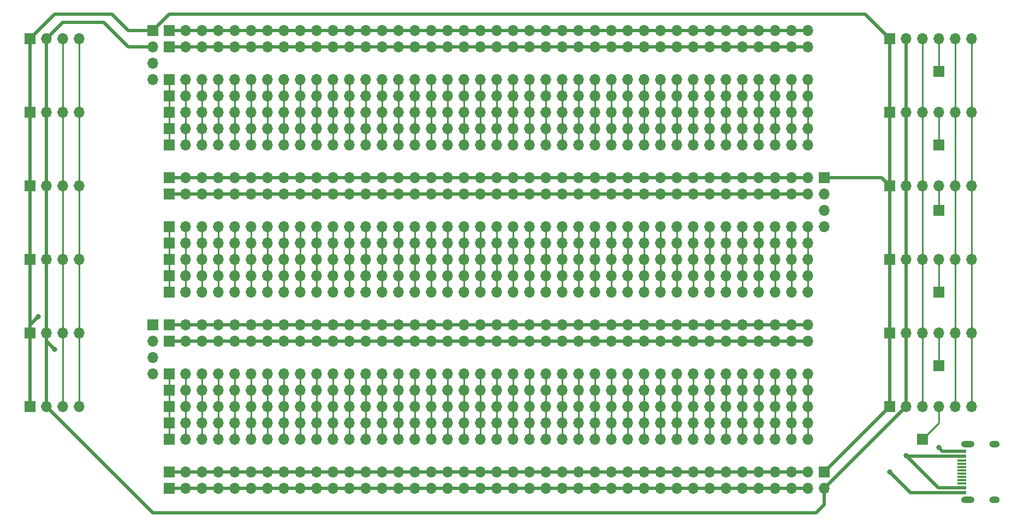
<source format=gbr>
%TF.GenerationSoftware,KiCad,Pcbnew,(6.0.1)*%
%TF.CreationDate,2022-02-22T20:50:15+13:00*%
%TF.ProjectId,perma-proto-board,7065726d-612d-4707-926f-746f2d626f61,rev?*%
%TF.SameCoordinates,Original*%
%TF.FileFunction,Copper,L1,Top*%
%TF.FilePolarity,Positive*%
%FSLAX46Y46*%
G04 Gerber Fmt 4.6, Leading zero omitted, Abs format (unit mm)*
G04 Created by KiCad (PCBNEW (6.0.1)) date 2022-02-22 20:50:15*
%MOMM*%
%LPD*%
G01*
G04 APERTURE LIST*
%TA.AperFunction,ComponentPad*%
%ADD10R,1.700000X1.700000*%
%TD*%
%TA.AperFunction,ComponentPad*%
%ADD11O,1.700000X1.700000*%
%TD*%
%TA.AperFunction,SMDPad,CuDef*%
%ADD12R,1.450000X0.600000*%
%TD*%
%TA.AperFunction,SMDPad,CuDef*%
%ADD13R,1.450000X0.300000*%
%TD*%
%TA.AperFunction,ComponentPad*%
%ADD14O,2.100000X1.000000*%
%TD*%
%TA.AperFunction,ComponentPad*%
%ADD15O,1.600000X1.000000*%
%TD*%
%TA.AperFunction,ViaPad*%
%ADD16C,0.800000*%
%TD*%
%TA.AperFunction,Conductor*%
%ADD17C,0.500000*%
%TD*%
%TA.AperFunction,Conductor*%
%ADD18C,0.250000*%
%TD*%
G04 APERTURE END LIST*
D10*
%TO.P,J27,1,Pin_1*%
%TO.N,C_01*%
X71120000Y-96520000D03*
D11*
%TO.P,J27,2,Pin_2*%
%TO.N,C_02*%
X73660000Y-96520000D03*
%TO.P,J27,3,Pin_3*%
%TO.N,C_03*%
X76200000Y-96520000D03*
%TO.P,J27,4,Pin_4*%
%TO.N,C_04*%
X78740000Y-96520000D03*
%TO.P,J27,5,Pin_5*%
%TO.N,C_05*%
X81280000Y-96520000D03*
%TO.P,J27,6,Pin_6*%
%TO.N,C_06*%
X83820000Y-96520000D03*
%TO.P,J27,7,Pin_7*%
%TO.N,C_07*%
X86360000Y-96520000D03*
%TO.P,J27,8,Pin_8*%
%TO.N,C_08*%
X88900000Y-96520000D03*
%TO.P,J27,9,Pin_9*%
%TO.N,C_09*%
X91440000Y-96520000D03*
%TO.P,J27,10,Pin_10*%
%TO.N,C_10*%
X93980000Y-96520000D03*
%TO.P,J27,11,Pin_11*%
%TO.N,C_11*%
X96520000Y-96520000D03*
%TO.P,J27,12,Pin_12*%
%TO.N,C_12*%
X99060000Y-96520000D03*
%TO.P,J27,13,Pin_13*%
%TO.N,C_13*%
X101600000Y-96520000D03*
%TO.P,J27,14,Pin_14*%
%TO.N,C_14*%
X104140000Y-96520000D03*
%TO.P,J27,15,Pin_15*%
%TO.N,C_15*%
X106680000Y-96520000D03*
%TO.P,J27,16,Pin_16*%
%TO.N,C_16*%
X109220000Y-96520000D03*
%TO.P,J27,17,Pin_17*%
%TO.N,C_17*%
X111760000Y-96520000D03*
%TO.P,J27,18,Pin_18*%
%TO.N,C_18*%
X114300000Y-96520000D03*
%TO.P,J27,19,Pin_19*%
%TO.N,C_19*%
X116840000Y-96520000D03*
%TO.P,J27,20,Pin_20*%
%TO.N,C_20*%
X119380000Y-96520000D03*
%TO.P,J27,21,Pin_21*%
%TO.N,C_21*%
X121920000Y-96520000D03*
%TO.P,J27,22,Pin_22*%
%TO.N,C_22*%
X124460000Y-96520000D03*
%TO.P,J27,23,Pin_23*%
%TO.N,C_23*%
X127000000Y-96520000D03*
%TO.P,J27,24,Pin_24*%
%TO.N,C_24*%
X129540000Y-96520000D03*
%TO.P,J27,25,Pin_25*%
%TO.N,C_25*%
X132080000Y-96520000D03*
%TO.P,J27,26,Pin_26*%
%TO.N,C_26*%
X134620000Y-96520000D03*
%TO.P,J27,27,Pin_27*%
%TO.N,C_27*%
X137160000Y-96520000D03*
%TO.P,J27,28,Pin_28*%
%TO.N,C_28*%
X139700000Y-96520000D03*
%TO.P,J27,29,Pin_29*%
%TO.N,C_29*%
X142240000Y-96520000D03*
%TO.P,J27,30,Pin_30*%
%TO.N,C_30*%
X144780000Y-96520000D03*
%TO.P,J27,31,Pin_31*%
%TO.N,C_31*%
X147320000Y-96520000D03*
%TO.P,J27,32,Pin_32*%
%TO.N,C_32*%
X149860000Y-96520000D03*
%TO.P,J27,33,Pin_33*%
%TO.N,C_33*%
X152400000Y-96520000D03*
%TO.P,J27,34,Pin_34*%
%TO.N,C_34*%
X154940000Y-96520000D03*
%TO.P,J27,35,Pin_35*%
%TO.N,C_35*%
X157480000Y-96520000D03*
%TO.P,J27,36,Pin_36*%
%TO.N,C_36*%
X160020000Y-96520000D03*
%TO.P,J27,37,Pin_37*%
%TO.N,C_37*%
X162560000Y-96520000D03*
%TO.P,J27,38,Pin_38*%
%TO.N,C_38*%
X165100000Y-96520000D03*
%TO.P,J27,39,Pin_39*%
%TO.N,C_39*%
X167640000Y-96520000D03*
%TO.P,J27,40,Pin_40*%
%TO.N,C_40*%
X170180000Y-96520000D03*
%TD*%
D10*
%TO.P,J2,1,Pin_1*%
%TO.N,GND*%
X182880000Y-45720000D03*
D11*
%TO.P,J2,2,Pin_2*%
%TO.N,+3V3*%
X185420000Y-45720000D03*
%TO.P,J2,3,Pin_3*%
%TO.N,SPI_CLK*%
X187960000Y-45720000D03*
%TO.P,J2,4,Pin_4*%
%TO.N,SPI_02_CS*%
X190500000Y-45720000D03*
%TO.P,J2,5,Pin_5*%
%TO.N,SPI_MISO*%
X193040000Y-45720000D03*
%TO.P,J2,6,Pin_6*%
%TO.N,SPI_MOSI*%
X195580000Y-45720000D03*
%TD*%
D10*
%TO.P,J33,1,Pin_1*%
%TO.N,R_2*%
X71125000Y-35560000D03*
D11*
%TO.P,J33,2,Pin_2*%
X73665000Y-35560000D03*
%TO.P,J33,3,Pin_3*%
X76205000Y-35560000D03*
%TO.P,J33,4,Pin_4*%
X78745000Y-35560000D03*
%TO.P,J33,5,Pin_5*%
X81285000Y-35560000D03*
%TO.P,J33,6,Pin_6*%
X83825000Y-35560000D03*
%TO.P,J33,7,Pin_7*%
X86365000Y-35560000D03*
%TO.P,J33,8,Pin_8*%
X88905000Y-35560000D03*
%TO.P,J33,9,Pin_9*%
X91445000Y-35560000D03*
%TO.P,J33,10,Pin_10*%
X93985000Y-35560000D03*
%TO.P,J33,11,Pin_11*%
X96525000Y-35560000D03*
%TO.P,J33,12,Pin_12*%
X99065000Y-35560000D03*
%TO.P,J33,13,Pin_13*%
X101605000Y-35560000D03*
%TO.P,J33,14,Pin_14*%
X104145000Y-35560000D03*
%TO.P,J33,15,Pin_15*%
X106685000Y-35560000D03*
%TO.P,J33,16,Pin_16*%
X109225000Y-35560000D03*
%TO.P,J33,17,Pin_17*%
X111765000Y-35560000D03*
%TO.P,J33,18,Pin_18*%
X114305000Y-35560000D03*
%TO.P,J33,19,Pin_19*%
X116845000Y-35560000D03*
%TO.P,J33,20,Pin_20*%
X119385000Y-35560000D03*
%TO.P,J33,21,Pin_21*%
X121925000Y-35560000D03*
%TO.P,J33,22,Pin_22*%
X124465000Y-35560000D03*
%TO.P,J33,23,Pin_23*%
X127005000Y-35560000D03*
%TO.P,J33,24,Pin_24*%
X129545000Y-35560000D03*
%TO.P,J33,25,Pin_25*%
X132085000Y-35560000D03*
%TO.P,J33,26,Pin_26*%
X134625000Y-35560000D03*
%TO.P,J33,27,Pin_27*%
X137165000Y-35560000D03*
%TO.P,J33,28,Pin_28*%
X139705000Y-35560000D03*
%TO.P,J33,29,Pin_29*%
X142245000Y-35560000D03*
%TO.P,J33,30,Pin_30*%
X144785000Y-35560000D03*
%TO.P,J33,31,Pin_31*%
X147325000Y-35560000D03*
%TO.P,J33,32,Pin_32*%
X149865000Y-35560000D03*
%TO.P,J33,33,Pin_33*%
X152405000Y-35560000D03*
%TO.P,J33,34,Pin_34*%
X154945000Y-35560000D03*
%TO.P,J33,35,Pin_35*%
X157485000Y-35560000D03*
%TO.P,J33,36,Pin_36*%
X160025000Y-35560000D03*
%TO.P,J33,37,Pin_37*%
X162565000Y-35560000D03*
%TO.P,J33,38,Pin_38*%
X165105000Y-35560000D03*
%TO.P,J33,39,Pin_39*%
X167645000Y-35560000D03*
%TO.P,J33,40,Pin_40*%
X170185000Y-35560000D03*
%TD*%
D10*
%TO.P,J7,1,Pin_1*%
%TO.N,GND*%
X49530000Y-34290000D03*
D11*
%TO.P,J7,2,Pin_2*%
%TO.N,+3V3*%
X52070000Y-34290000D03*
%TO.P,J7,3,Pin_3*%
%TO.N,SCL*%
X54610000Y-34290000D03*
%TO.P,J7,4,Pin_4*%
%TO.N,SDA*%
X57150000Y-34290000D03*
%TD*%
D10*
%TO.P,J23,1,Pin_1*%
%TO.N,C_01*%
X71120000Y-86360000D03*
D11*
%TO.P,J23,2,Pin_2*%
%TO.N,C_02*%
X73660000Y-86360000D03*
%TO.P,J23,3,Pin_3*%
%TO.N,C_03*%
X76200000Y-86360000D03*
%TO.P,J23,4,Pin_4*%
%TO.N,C_04*%
X78740000Y-86360000D03*
%TO.P,J23,5,Pin_5*%
%TO.N,C_05*%
X81280000Y-86360000D03*
%TO.P,J23,6,Pin_6*%
%TO.N,C_06*%
X83820000Y-86360000D03*
%TO.P,J23,7,Pin_7*%
%TO.N,C_07*%
X86360000Y-86360000D03*
%TO.P,J23,8,Pin_8*%
%TO.N,C_08*%
X88900000Y-86360000D03*
%TO.P,J23,9,Pin_9*%
%TO.N,C_09*%
X91440000Y-86360000D03*
%TO.P,J23,10,Pin_10*%
%TO.N,C_10*%
X93980000Y-86360000D03*
%TO.P,J23,11,Pin_11*%
%TO.N,C_11*%
X96520000Y-86360000D03*
%TO.P,J23,12,Pin_12*%
%TO.N,C_12*%
X99060000Y-86360000D03*
%TO.P,J23,13,Pin_13*%
%TO.N,C_13*%
X101600000Y-86360000D03*
%TO.P,J23,14,Pin_14*%
%TO.N,C_14*%
X104140000Y-86360000D03*
%TO.P,J23,15,Pin_15*%
%TO.N,C_15*%
X106680000Y-86360000D03*
%TO.P,J23,16,Pin_16*%
%TO.N,C_16*%
X109220000Y-86360000D03*
%TO.P,J23,17,Pin_17*%
%TO.N,C_17*%
X111760000Y-86360000D03*
%TO.P,J23,18,Pin_18*%
%TO.N,C_18*%
X114300000Y-86360000D03*
%TO.P,J23,19,Pin_19*%
%TO.N,C_19*%
X116840000Y-86360000D03*
%TO.P,J23,20,Pin_20*%
%TO.N,C_20*%
X119380000Y-86360000D03*
%TO.P,J23,21,Pin_21*%
%TO.N,C_21*%
X121920000Y-86360000D03*
%TO.P,J23,22,Pin_22*%
%TO.N,C_22*%
X124460000Y-86360000D03*
%TO.P,J23,23,Pin_23*%
%TO.N,C_23*%
X127000000Y-86360000D03*
%TO.P,J23,24,Pin_24*%
%TO.N,C_24*%
X129540000Y-86360000D03*
%TO.P,J23,25,Pin_25*%
%TO.N,C_25*%
X132080000Y-86360000D03*
%TO.P,J23,26,Pin_26*%
%TO.N,C_26*%
X134620000Y-86360000D03*
%TO.P,J23,27,Pin_27*%
%TO.N,C_27*%
X137160000Y-86360000D03*
%TO.P,J23,28,Pin_28*%
%TO.N,C_28*%
X139700000Y-86360000D03*
%TO.P,J23,29,Pin_29*%
%TO.N,C_29*%
X142240000Y-86360000D03*
%TO.P,J23,30,Pin_30*%
%TO.N,C_30*%
X144780000Y-86360000D03*
%TO.P,J23,31,Pin_31*%
%TO.N,C_31*%
X147320000Y-86360000D03*
%TO.P,J23,32,Pin_32*%
%TO.N,C_32*%
X149860000Y-86360000D03*
%TO.P,J23,33,Pin_33*%
%TO.N,C_33*%
X152400000Y-86360000D03*
%TO.P,J23,34,Pin_34*%
%TO.N,C_34*%
X154940000Y-86360000D03*
%TO.P,J23,35,Pin_35*%
%TO.N,C_35*%
X157480000Y-86360000D03*
%TO.P,J23,36,Pin_36*%
%TO.N,C_36*%
X160020000Y-86360000D03*
%TO.P,J23,37,Pin_37*%
%TO.N,C_37*%
X162560000Y-86360000D03*
%TO.P,J23,38,Pin_38*%
%TO.N,C_38*%
X165100000Y-86360000D03*
%TO.P,J23,39,Pin_39*%
%TO.N,C_39*%
X167640000Y-86360000D03*
%TO.P,J23,40,Pin_40*%
%TO.N,C_40*%
X170180000Y-86360000D03*
%TD*%
D10*
%TO.P,J15,1,Pin_1*%
%TO.N,A_01*%
X71120000Y-45720000D03*
D11*
%TO.P,J15,2,Pin_2*%
%TO.N,A_02*%
X73660000Y-45720000D03*
%TO.P,J15,3,Pin_3*%
%TO.N,A_03*%
X76200000Y-45720000D03*
%TO.P,J15,4,Pin_4*%
%TO.N,A_04*%
X78740000Y-45720000D03*
%TO.P,J15,5,Pin_5*%
%TO.N,A_05*%
X81280000Y-45720000D03*
%TO.P,J15,6,Pin_6*%
%TO.N,A_06*%
X83820000Y-45720000D03*
%TO.P,J15,7,Pin_7*%
%TO.N,A_07*%
X86360000Y-45720000D03*
%TO.P,J15,8,Pin_8*%
%TO.N,A_08*%
X88900000Y-45720000D03*
%TO.P,J15,9,Pin_9*%
%TO.N,A_09*%
X91440000Y-45720000D03*
%TO.P,J15,10,Pin_10*%
%TO.N,A_10*%
X93980000Y-45720000D03*
%TO.P,J15,11,Pin_11*%
%TO.N,A_11*%
X96520000Y-45720000D03*
%TO.P,J15,12,Pin_12*%
%TO.N,A_12*%
X99060000Y-45720000D03*
%TO.P,J15,13,Pin_13*%
%TO.N,A_13*%
X101600000Y-45720000D03*
%TO.P,J15,14,Pin_14*%
%TO.N,A_14*%
X104140000Y-45720000D03*
%TO.P,J15,15,Pin_15*%
%TO.N,A_15*%
X106680000Y-45720000D03*
%TO.P,J15,16,Pin_16*%
%TO.N,A_16*%
X109220000Y-45720000D03*
%TO.P,J15,17,Pin_17*%
%TO.N,A_17*%
X111760000Y-45720000D03*
%TO.P,J15,18,Pin_18*%
%TO.N,A_18*%
X114300000Y-45720000D03*
%TO.P,J15,19,Pin_19*%
%TO.N,A_19*%
X116840000Y-45720000D03*
%TO.P,J15,20,Pin_20*%
%TO.N,A_20*%
X119380000Y-45720000D03*
%TO.P,J15,21,Pin_21*%
%TO.N,A_21*%
X121920000Y-45720000D03*
%TO.P,J15,22,Pin_22*%
%TO.N,A_22*%
X124460000Y-45720000D03*
%TO.P,J15,23,Pin_23*%
%TO.N,A_23*%
X127000000Y-45720000D03*
%TO.P,J15,24,Pin_24*%
%TO.N,A_24*%
X129540000Y-45720000D03*
%TO.P,J15,25,Pin_25*%
%TO.N,A_25*%
X132080000Y-45720000D03*
%TO.P,J15,26,Pin_26*%
%TO.N,A_26*%
X134620000Y-45720000D03*
%TO.P,J15,27,Pin_27*%
%TO.N,A_27*%
X137160000Y-45720000D03*
%TO.P,J15,28,Pin_28*%
%TO.N,A_28*%
X139700000Y-45720000D03*
%TO.P,J15,29,Pin_29*%
%TO.N,A_29*%
X142240000Y-45720000D03*
%TO.P,J15,30,Pin_30*%
%TO.N,A_30*%
X144780000Y-45720000D03*
%TO.P,J15,31,Pin_31*%
%TO.N,A_31*%
X147320000Y-45720000D03*
%TO.P,J15,32,Pin_32*%
%TO.N,A_32*%
X149860000Y-45720000D03*
%TO.P,J15,33,Pin_33*%
%TO.N,A_33*%
X152400000Y-45720000D03*
%TO.P,J15,34,Pin_34*%
%TO.N,A_34*%
X154940000Y-45720000D03*
%TO.P,J15,35,Pin_35*%
%TO.N,A_35*%
X157480000Y-45720000D03*
%TO.P,J15,36,Pin_36*%
%TO.N,A_36*%
X160020000Y-45720000D03*
%TO.P,J15,37,Pin_37*%
%TO.N,A_37*%
X162560000Y-45720000D03*
%TO.P,J15,38,Pin_38*%
%TO.N,A_38*%
X165100000Y-45720000D03*
%TO.P,J15,39,Pin_39*%
%TO.N,A_39*%
X167640000Y-45720000D03*
%TO.P,J15,40,Pin_40*%
%TO.N,A_40*%
X170180000Y-45720000D03*
%TD*%
D10*
%TO.P,+,1,Pin_1*%
%TO.N,R_8*%
X71120000Y-104140000D03*
D11*
%TO.P,+,2,Pin_2*%
X73660000Y-104140000D03*
%TO.P,+,3,Pin_3*%
X76200000Y-104140000D03*
%TO.P,+,4,Pin_4*%
X78740000Y-104140000D03*
%TO.P,+,5,Pin_5*%
X81280000Y-104140000D03*
%TO.P,+,6,Pin_6*%
X83820000Y-104140000D03*
%TO.P,+,7,Pin_7*%
X86360000Y-104140000D03*
%TO.P,+,8,Pin_8*%
X88900000Y-104140000D03*
%TO.P,+,9,Pin_9*%
X91440000Y-104140000D03*
%TO.P,+,10,Pin_10*%
X93980000Y-104140000D03*
%TO.P,+,11,Pin_11*%
X96520000Y-104140000D03*
%TO.P,+,12,Pin_12*%
X99060000Y-104140000D03*
%TO.P,+,13,Pin_13*%
X101600000Y-104140000D03*
%TO.P,+,14,Pin_14*%
X104140000Y-104140000D03*
%TO.P,+,15,Pin_15*%
X106680000Y-104140000D03*
%TO.P,+,16,Pin_16*%
X109220000Y-104140000D03*
%TO.P,+,17,Pin_17*%
X111760000Y-104140000D03*
%TO.P,+,18,Pin_18*%
X114300000Y-104140000D03*
%TO.P,+,19,Pin_19*%
X116840000Y-104140000D03*
%TO.P,+,20,Pin_20*%
X119380000Y-104140000D03*
%TO.P,+,21,Pin_21*%
X121920000Y-104140000D03*
%TO.P,+,22,Pin_22*%
X124460000Y-104140000D03*
%TO.P,+,23,Pin_23*%
X127000000Y-104140000D03*
%TO.P,+,24,Pin_24*%
X129540000Y-104140000D03*
%TO.P,+,25,Pin_25*%
X132080000Y-104140000D03*
%TO.P,+,26,Pin_26*%
X134620000Y-104140000D03*
%TO.P,+,27,Pin_27*%
X137160000Y-104140000D03*
%TO.P,+,28,Pin_28*%
X139700000Y-104140000D03*
%TO.P,+,29,Pin_29*%
X142240000Y-104140000D03*
%TO.P,+,30,Pin_30*%
X144780000Y-104140000D03*
%TO.P,+,31,Pin_31*%
X147320000Y-104140000D03*
%TO.P,+,32,Pin_32*%
X149860000Y-104140000D03*
%TO.P,+,33,Pin_33*%
X152400000Y-104140000D03*
%TO.P,+,34,Pin_34*%
X154940000Y-104140000D03*
%TO.P,+,35,Pin_35*%
X157480000Y-104140000D03*
%TO.P,+,36,Pin_36*%
X160020000Y-104140000D03*
%TO.P,+,37,Pin_37*%
X162560000Y-104140000D03*
%TO.P,+,38,Pin_38*%
X165100000Y-104140000D03*
%TO.P,+,39,Pin_39*%
X167640000Y-104140000D03*
%TO.P,+,40,Pin_40*%
X170180000Y-104140000D03*
%TD*%
D10*
%TO.P,J25,1,Pin_1*%
%TO.N,C_01*%
X71120000Y-91440000D03*
D11*
%TO.P,J25,2,Pin_2*%
%TO.N,C_02*%
X73660000Y-91440000D03*
%TO.P,J25,3,Pin_3*%
%TO.N,C_03*%
X76200000Y-91440000D03*
%TO.P,J25,4,Pin_4*%
%TO.N,C_04*%
X78740000Y-91440000D03*
%TO.P,J25,5,Pin_5*%
%TO.N,C_05*%
X81280000Y-91440000D03*
%TO.P,J25,6,Pin_6*%
%TO.N,C_06*%
X83820000Y-91440000D03*
%TO.P,J25,7,Pin_7*%
%TO.N,C_07*%
X86360000Y-91440000D03*
%TO.P,J25,8,Pin_8*%
%TO.N,C_08*%
X88900000Y-91440000D03*
%TO.P,J25,9,Pin_9*%
%TO.N,C_09*%
X91440000Y-91440000D03*
%TO.P,J25,10,Pin_10*%
%TO.N,C_10*%
X93980000Y-91440000D03*
%TO.P,J25,11,Pin_11*%
%TO.N,C_11*%
X96520000Y-91440000D03*
%TO.P,J25,12,Pin_12*%
%TO.N,C_12*%
X99060000Y-91440000D03*
%TO.P,J25,13,Pin_13*%
%TO.N,C_13*%
X101600000Y-91440000D03*
%TO.P,J25,14,Pin_14*%
%TO.N,C_14*%
X104140000Y-91440000D03*
%TO.P,J25,15,Pin_15*%
%TO.N,C_15*%
X106680000Y-91440000D03*
%TO.P,J25,16,Pin_16*%
%TO.N,C_16*%
X109220000Y-91440000D03*
%TO.P,J25,17,Pin_17*%
%TO.N,C_17*%
X111760000Y-91440000D03*
%TO.P,J25,18,Pin_18*%
%TO.N,C_18*%
X114300000Y-91440000D03*
%TO.P,J25,19,Pin_19*%
%TO.N,C_19*%
X116840000Y-91440000D03*
%TO.P,J25,20,Pin_20*%
%TO.N,C_20*%
X119380000Y-91440000D03*
%TO.P,J25,21,Pin_21*%
%TO.N,C_21*%
X121920000Y-91440000D03*
%TO.P,J25,22,Pin_22*%
%TO.N,C_22*%
X124460000Y-91440000D03*
%TO.P,J25,23,Pin_23*%
%TO.N,C_23*%
X127000000Y-91440000D03*
%TO.P,J25,24,Pin_24*%
%TO.N,C_24*%
X129540000Y-91440000D03*
%TO.P,J25,25,Pin_25*%
%TO.N,C_25*%
X132080000Y-91440000D03*
%TO.P,J25,26,Pin_26*%
%TO.N,C_26*%
X134620000Y-91440000D03*
%TO.P,J25,27,Pin_27*%
%TO.N,C_27*%
X137160000Y-91440000D03*
%TO.P,J25,28,Pin_28*%
%TO.N,C_28*%
X139700000Y-91440000D03*
%TO.P,J25,29,Pin_29*%
%TO.N,C_29*%
X142240000Y-91440000D03*
%TO.P,J25,30,Pin_30*%
%TO.N,C_30*%
X144780000Y-91440000D03*
%TO.P,J25,31,Pin_31*%
%TO.N,C_31*%
X147320000Y-91440000D03*
%TO.P,J25,32,Pin_32*%
%TO.N,C_32*%
X149860000Y-91440000D03*
%TO.P,J25,33,Pin_33*%
%TO.N,C_33*%
X152400000Y-91440000D03*
%TO.P,J25,34,Pin_34*%
%TO.N,C_34*%
X154940000Y-91440000D03*
%TO.P,J25,35,Pin_35*%
%TO.N,C_35*%
X157480000Y-91440000D03*
%TO.P,J25,36,Pin_36*%
%TO.N,C_36*%
X160020000Y-91440000D03*
%TO.P,J25,37,Pin_37*%
%TO.N,C_37*%
X162560000Y-91440000D03*
%TO.P,J25,38,Pin_38*%
%TO.N,C_38*%
X165100000Y-91440000D03*
%TO.P,J25,39,Pin_39*%
%TO.N,C_39*%
X167640000Y-91440000D03*
%TO.P,J25,40,Pin_40*%
%TO.N,C_40*%
X170180000Y-91440000D03*
%TD*%
D10*
%TO.P,J12,1,Pin_1*%
%TO.N,GND*%
X49530000Y-68580000D03*
D11*
%TO.P,J12,2,Pin_2*%
%TO.N,+3V3*%
X52070000Y-68580000D03*
%TO.P,J12,3,Pin_3*%
%TO.N,SCL*%
X54610000Y-68580000D03*
%TO.P,J12,4,Pin_4*%
%TO.N,SDA*%
X57150000Y-68580000D03*
%TD*%
D12*
%TO.P,J40,A1,GND*%
%TO.N,GND*%
X194075000Y-104850000D03*
%TO.P,J40,A4,VBUS*%
%TO.N,+5V*%
X194075000Y-104050000D03*
D13*
%TO.P,J40,A5,CC1*%
%TO.N,unconnected-(J40-PadA5)*%
X194075000Y-102850000D03*
%TO.P,J40,A6,D+*%
%TO.N,unconnected-(J40-PadA6)*%
X194075000Y-101850000D03*
%TO.P,J40,A7,D-*%
%TO.N,unconnected-(J40-PadA7)*%
X194075000Y-101350000D03*
%TO.P,J40,A8,SBU1*%
%TO.N,unconnected-(J40-PadA8)*%
X194075000Y-100350000D03*
D12*
%TO.P,J40,A9,VBUS*%
%TO.N,+5V*%
X194075000Y-99150000D03*
%TO.P,J40,A12,GND*%
%TO.N,GND*%
X194075000Y-98350000D03*
%TO.P,J40,B1,GND*%
X194075000Y-98350000D03*
%TO.P,J40,B4,VBUS*%
%TO.N,+5V*%
X194075000Y-99150000D03*
D13*
%TO.P,J40,B5,CC2*%
%TO.N,unconnected-(J40-PadB5)*%
X194075000Y-99850000D03*
%TO.P,J40,B6,D+*%
%TO.N,unconnected-(J40-PadB6)*%
X194075000Y-100850000D03*
%TO.P,J40,B7,D-*%
%TO.N,unconnected-(J40-PadB7)*%
X194075000Y-102350000D03*
%TO.P,J40,B8,SBU2*%
%TO.N,unconnected-(J40-PadB8)*%
X194075000Y-103350000D03*
D12*
%TO.P,J40,B9,VBUS*%
%TO.N,+5V*%
X194075000Y-104050000D03*
%TO.P,J40,B12,GND*%
%TO.N,GND*%
X194075000Y-104850000D03*
D14*
%TO.P,J40,S1,SHIELD*%
%TO.N,unconnected-(J40-PadS1)*%
X194990000Y-97280000D03*
X194990000Y-105920000D03*
D15*
X199170000Y-97280000D03*
X199170000Y-105920000D03*
%TD*%
D10*
%TO.P,J31,1,Pin_1*%
%TO.N,GND*%
X172720000Y-101600000D03*
D11*
%TO.P,J31,2,Pin_2*%
%TO.N,+3V3*%
X172720000Y-104140000D03*
%TD*%
D10*
%TO.P,J37,1,Pin_1*%
%TO.N,R_6*%
X71120000Y-81280000D03*
D11*
%TO.P,J37,2,Pin_2*%
X73660000Y-81280000D03*
%TO.P,J37,3,Pin_3*%
X76200000Y-81280000D03*
%TO.P,J37,4,Pin_4*%
X78740000Y-81280000D03*
%TO.P,J37,5,Pin_5*%
X81280000Y-81280000D03*
%TO.P,J37,6,Pin_6*%
X83820000Y-81280000D03*
%TO.P,J37,7,Pin_7*%
X86360000Y-81280000D03*
%TO.P,J37,8,Pin_8*%
X88900000Y-81280000D03*
%TO.P,J37,9,Pin_9*%
X91440000Y-81280000D03*
%TO.P,J37,10,Pin_10*%
X93980000Y-81280000D03*
%TO.P,J37,11,Pin_11*%
X96520000Y-81280000D03*
%TO.P,J37,12,Pin_12*%
X99060000Y-81280000D03*
%TO.P,J37,13,Pin_13*%
X101600000Y-81280000D03*
%TO.P,J37,14,Pin_14*%
X104140000Y-81280000D03*
%TO.P,J37,15,Pin_15*%
X106680000Y-81280000D03*
%TO.P,J37,16,Pin_16*%
X109220000Y-81280000D03*
%TO.P,J37,17,Pin_17*%
X111760000Y-81280000D03*
%TO.P,J37,18,Pin_18*%
X114300000Y-81280000D03*
%TO.P,J37,19,Pin_19*%
X116840000Y-81280000D03*
%TO.P,J37,20,Pin_20*%
X119380000Y-81280000D03*
%TO.P,J37,21,Pin_21*%
X121920000Y-81280000D03*
%TO.P,J37,22,Pin_22*%
X124460000Y-81280000D03*
%TO.P,J37,23,Pin_23*%
X127000000Y-81280000D03*
%TO.P,J37,24,Pin_24*%
X129540000Y-81280000D03*
%TO.P,J37,25,Pin_25*%
X132080000Y-81280000D03*
%TO.P,J37,26,Pin_26*%
X134620000Y-81280000D03*
%TO.P,J37,27,Pin_27*%
X137160000Y-81280000D03*
%TO.P,J37,28,Pin_28*%
X139700000Y-81280000D03*
%TO.P,J37,29,Pin_29*%
X142240000Y-81280000D03*
%TO.P,J37,30,Pin_30*%
X144780000Y-81280000D03*
%TO.P,J37,31,Pin_31*%
X147320000Y-81280000D03*
%TO.P,J37,32,Pin_32*%
X149860000Y-81280000D03*
%TO.P,J37,33,Pin_33*%
X152400000Y-81280000D03*
%TO.P,J37,34,Pin_34*%
X154940000Y-81280000D03*
%TO.P,J37,35,Pin_35*%
X157480000Y-81280000D03*
%TO.P,J37,36,Pin_36*%
X160020000Y-81280000D03*
%TO.P,J37,37,Pin_37*%
X162560000Y-81280000D03*
%TO.P,J37,38,Pin_38*%
X165100000Y-81280000D03*
%TO.P,J37,39,Pin_39*%
X167640000Y-81280000D03*
%TO.P,J37,40,Pin_40*%
X170180000Y-81280000D03*
%TD*%
D10*
%TO.P,J32,1,Pin_1*%
%TO.N,R_1*%
X71125000Y-33020000D03*
D11*
%TO.P,J32,2,Pin_2*%
X73665000Y-33020000D03*
%TO.P,J32,3,Pin_3*%
X76205000Y-33020000D03*
%TO.P,J32,4,Pin_4*%
X78745000Y-33020000D03*
%TO.P,J32,5,Pin_5*%
X81285000Y-33020000D03*
%TO.P,J32,6,Pin_6*%
X83825000Y-33020000D03*
%TO.P,J32,7,Pin_7*%
X86365000Y-33020000D03*
%TO.P,J32,8,Pin_8*%
X88905000Y-33020000D03*
%TO.P,J32,9,Pin_9*%
X91445000Y-33020000D03*
%TO.P,J32,10,Pin_10*%
X93985000Y-33020000D03*
%TO.P,J32,11,Pin_11*%
X96525000Y-33020000D03*
%TO.P,J32,12,Pin_12*%
X99065000Y-33020000D03*
%TO.P,J32,13,Pin_13*%
X101605000Y-33020000D03*
%TO.P,J32,14,Pin_14*%
X104145000Y-33020000D03*
%TO.P,J32,15,Pin_15*%
X106685000Y-33020000D03*
%TO.P,J32,16,Pin_16*%
X109225000Y-33020000D03*
%TO.P,J32,17,Pin_17*%
X111765000Y-33020000D03*
%TO.P,J32,18,Pin_18*%
X114305000Y-33020000D03*
%TO.P,J32,19,Pin_19*%
X116845000Y-33020000D03*
%TO.P,J32,20,Pin_20*%
X119385000Y-33020000D03*
%TO.P,J32,21,Pin_21*%
X121925000Y-33020000D03*
%TO.P,J32,22,Pin_22*%
X124465000Y-33020000D03*
%TO.P,J32,23,Pin_23*%
X127005000Y-33020000D03*
%TO.P,J32,24,Pin_24*%
X129545000Y-33020000D03*
%TO.P,J32,25,Pin_25*%
X132085000Y-33020000D03*
%TO.P,J32,26,Pin_26*%
X134625000Y-33020000D03*
%TO.P,J32,27,Pin_27*%
X137165000Y-33020000D03*
%TO.P,J32,28,Pin_28*%
X139705000Y-33020000D03*
%TO.P,J32,29,Pin_29*%
X142245000Y-33020000D03*
%TO.P,J32,30,Pin_30*%
X144785000Y-33020000D03*
%TO.P,J32,31,Pin_31*%
X147325000Y-33020000D03*
%TO.P,J32,32,Pin_32*%
X149865000Y-33020000D03*
%TO.P,J32,33,Pin_33*%
X152405000Y-33020000D03*
%TO.P,J32,34,Pin_34*%
X154945000Y-33020000D03*
%TO.P,J32,35,Pin_35*%
X157485000Y-33020000D03*
%TO.P,J32,36,Pin_36*%
X160025000Y-33020000D03*
%TO.P,J32,37,Pin_37*%
X162565000Y-33020000D03*
%TO.P,J32,38,Pin_38*%
X165105000Y-33020000D03*
%TO.P,J32,39,Pin_39*%
X167645000Y-33020000D03*
%TO.P,J32,40,Pin_40*%
X170185000Y-33020000D03*
%TD*%
D10*
%TO.P,J11,1,Pin_1*%
%TO.N,GND*%
X49540000Y-91440000D03*
D11*
%TO.P,J11,2,Pin_2*%
%TO.N,+3V3*%
X52080000Y-91440000D03*
%TO.P,J11,3,Pin_3*%
%TO.N,SCL*%
X54620000Y-91440000D03*
%TO.P,J11,4,Pin_4*%
%TO.N,SDA*%
X57160000Y-91440000D03*
%TD*%
D10*
%TO.P,J1,1,Pin_1*%
%TO.N,GND*%
X182880000Y-34290000D03*
D11*
%TO.P,J1,2,Pin_2*%
%TO.N,+3V3*%
X185420000Y-34290000D03*
%TO.P,J1,3,Pin_3*%
%TO.N,SPI_CLK*%
X187960000Y-34290000D03*
%TO.P,J1,4,Pin_4*%
%TO.N,SPI_01_CS*%
X190500000Y-34290000D03*
%TO.P,J1,5,Pin_5*%
%TO.N,SPI_MISO*%
X193040000Y-34290000D03*
%TO.P,J1,6,Pin_6*%
%TO.N,SPI_MOSI*%
X195580000Y-34290000D03*
%TD*%
D10*
%TO.P,J8,1,Pin_1*%
%TO.N,GND*%
X49540000Y-45720000D03*
D11*
%TO.P,J8,2,Pin_2*%
%TO.N,+3V3*%
X52080000Y-45720000D03*
%TO.P,J8,3,Pin_3*%
%TO.N,SCL*%
X54620000Y-45720000D03*
%TO.P,J8,4,Pin_4*%
%TO.N,SDA*%
X57160000Y-45720000D03*
%TD*%
D10*
%TO.P,+,1,Pin_1*%
%TO.N,R_4*%
X71125000Y-58420000D03*
D11*
%TO.P,+,2,Pin_2*%
X73665000Y-58420000D03*
%TO.P,+,3,Pin_3*%
X76205000Y-58420000D03*
%TO.P,+,4,Pin_4*%
X78745000Y-58420000D03*
%TO.P,+,5,Pin_5*%
X81285000Y-58420000D03*
%TO.P,+,6,Pin_6*%
X83825000Y-58420000D03*
%TO.P,+,7,Pin_7*%
X86365000Y-58420000D03*
%TO.P,+,8,Pin_8*%
X88905000Y-58420000D03*
%TO.P,+,9,Pin_9*%
X91445000Y-58420000D03*
%TO.P,+,10,Pin_10*%
X93985000Y-58420000D03*
%TO.P,+,11,Pin_11*%
X96525000Y-58420000D03*
%TO.P,+,12,Pin_12*%
X99065000Y-58420000D03*
%TO.P,+,13,Pin_13*%
X101605000Y-58420000D03*
%TO.P,+,14,Pin_14*%
X104145000Y-58420000D03*
%TO.P,+,15,Pin_15*%
X106685000Y-58420000D03*
%TO.P,+,16,Pin_16*%
X109225000Y-58420000D03*
%TO.P,+,17,Pin_17*%
X111765000Y-58420000D03*
%TO.P,+,18,Pin_18*%
X114305000Y-58420000D03*
%TO.P,+,19,Pin_19*%
X116845000Y-58420000D03*
%TO.P,+,20,Pin_20*%
X119385000Y-58420000D03*
%TO.P,+,21,Pin_21*%
X121925000Y-58420000D03*
%TO.P,+,22,Pin_22*%
X124465000Y-58420000D03*
%TO.P,+,23,Pin_23*%
X127005000Y-58420000D03*
%TO.P,+,24,Pin_24*%
X129545000Y-58420000D03*
%TO.P,+,25,Pin_25*%
X132085000Y-58420000D03*
%TO.P,+,26,Pin_26*%
X134625000Y-58420000D03*
%TO.P,+,27,Pin_27*%
X137165000Y-58420000D03*
%TO.P,+,28,Pin_28*%
X139705000Y-58420000D03*
%TO.P,+,29,Pin_29*%
X142245000Y-58420000D03*
%TO.P,+,30,Pin_30*%
X144785000Y-58420000D03*
%TO.P,+,31,Pin_31*%
X147325000Y-58420000D03*
%TO.P,+,32,Pin_32*%
X149865000Y-58420000D03*
%TO.P,+,33,Pin_33*%
X152405000Y-58420000D03*
%TO.P,+,34,Pin_34*%
X154945000Y-58420000D03*
%TO.P,+,35,Pin_35*%
X157485000Y-58420000D03*
%TO.P,+,36,Pin_36*%
X160025000Y-58420000D03*
%TO.P,+,37,Pin_37*%
X162565000Y-58420000D03*
%TO.P,+,38,Pin_38*%
X165105000Y-58420000D03*
%TO.P,+,39,Pin_39*%
X167645000Y-58420000D03*
%TO.P,+,40,Pin_40*%
X170185000Y-58420000D03*
%TD*%
D10*
%TO.P,J24,1,Pin_1*%
%TO.N,C_01*%
X71120000Y-88900000D03*
D11*
%TO.P,J24,2,Pin_2*%
%TO.N,C_02*%
X73660000Y-88900000D03*
%TO.P,J24,3,Pin_3*%
%TO.N,C_03*%
X76200000Y-88900000D03*
%TO.P,J24,4,Pin_4*%
%TO.N,C_04*%
X78740000Y-88900000D03*
%TO.P,J24,5,Pin_5*%
%TO.N,C_05*%
X81280000Y-88900000D03*
%TO.P,J24,6,Pin_6*%
%TO.N,C_06*%
X83820000Y-88900000D03*
%TO.P,J24,7,Pin_7*%
%TO.N,C_07*%
X86360000Y-88900000D03*
%TO.P,J24,8,Pin_8*%
%TO.N,C_08*%
X88900000Y-88900000D03*
%TO.P,J24,9,Pin_9*%
%TO.N,C_09*%
X91440000Y-88900000D03*
%TO.P,J24,10,Pin_10*%
%TO.N,C_10*%
X93980000Y-88900000D03*
%TO.P,J24,11,Pin_11*%
%TO.N,C_11*%
X96520000Y-88900000D03*
%TO.P,J24,12,Pin_12*%
%TO.N,C_12*%
X99060000Y-88900000D03*
%TO.P,J24,13,Pin_13*%
%TO.N,C_13*%
X101600000Y-88900000D03*
%TO.P,J24,14,Pin_14*%
%TO.N,C_14*%
X104140000Y-88900000D03*
%TO.P,J24,15,Pin_15*%
%TO.N,C_15*%
X106680000Y-88900000D03*
%TO.P,J24,16,Pin_16*%
%TO.N,C_16*%
X109220000Y-88900000D03*
%TO.P,J24,17,Pin_17*%
%TO.N,C_17*%
X111760000Y-88900000D03*
%TO.P,J24,18,Pin_18*%
%TO.N,C_18*%
X114300000Y-88900000D03*
%TO.P,J24,19,Pin_19*%
%TO.N,C_19*%
X116840000Y-88900000D03*
%TO.P,J24,20,Pin_20*%
%TO.N,C_20*%
X119380000Y-88900000D03*
%TO.P,J24,21,Pin_21*%
%TO.N,C_21*%
X121920000Y-88900000D03*
%TO.P,J24,22,Pin_22*%
%TO.N,C_22*%
X124460000Y-88900000D03*
%TO.P,J24,23,Pin_23*%
%TO.N,C_23*%
X127000000Y-88900000D03*
%TO.P,J24,24,Pin_24*%
%TO.N,C_24*%
X129540000Y-88900000D03*
%TO.P,J24,25,Pin_25*%
%TO.N,C_25*%
X132080000Y-88900000D03*
%TO.P,J24,26,Pin_26*%
%TO.N,C_26*%
X134620000Y-88900000D03*
%TO.P,J24,27,Pin_27*%
%TO.N,C_27*%
X137160000Y-88900000D03*
%TO.P,J24,28,Pin_28*%
%TO.N,C_28*%
X139700000Y-88900000D03*
%TO.P,J24,29,Pin_29*%
%TO.N,C_29*%
X142240000Y-88900000D03*
%TO.P,J24,30,Pin_30*%
%TO.N,C_30*%
X144780000Y-88900000D03*
%TO.P,J24,31,Pin_31*%
%TO.N,C_31*%
X147320000Y-88900000D03*
%TO.P,J24,32,Pin_32*%
%TO.N,C_32*%
X149860000Y-88900000D03*
%TO.P,J24,33,Pin_33*%
%TO.N,C_33*%
X152400000Y-88900000D03*
%TO.P,J24,34,Pin_34*%
%TO.N,C_34*%
X154940000Y-88900000D03*
%TO.P,J24,35,Pin_35*%
%TO.N,C_35*%
X157480000Y-88900000D03*
%TO.P,J24,36,Pin_36*%
%TO.N,C_36*%
X160020000Y-88900000D03*
%TO.P,J24,37,Pin_37*%
%TO.N,C_37*%
X162560000Y-88900000D03*
%TO.P,J24,38,Pin_38*%
%TO.N,C_38*%
X165100000Y-88900000D03*
%TO.P,J24,39,Pin_39*%
%TO.N,C_39*%
X167640000Y-88900000D03*
%TO.P,J24,40,Pin_40*%
%TO.N,C_40*%
X170180000Y-88900000D03*
%TD*%
D10*
%TO.P,-,1,Pin_1*%
%TO.N,R_3*%
X71120000Y-55880000D03*
D11*
%TO.P,-,2,Pin_2*%
X73660000Y-55880000D03*
%TO.P,-,3,Pin_3*%
X76200000Y-55880000D03*
%TO.P,-,4,Pin_4*%
X78740000Y-55880000D03*
%TO.P,-,5,Pin_5*%
X81280000Y-55880000D03*
%TO.P,-,6,Pin_6*%
X83820000Y-55880000D03*
%TO.P,-,7,Pin_7*%
X86360000Y-55880000D03*
%TO.P,-,8,Pin_8*%
X88900000Y-55880000D03*
%TO.P,-,9,Pin_9*%
X91440000Y-55880000D03*
%TO.P,-,10,Pin_10*%
X93980000Y-55880000D03*
%TO.P,-,11,Pin_11*%
X96520000Y-55880000D03*
%TO.P,-,12,Pin_12*%
X99060000Y-55880000D03*
%TO.P,-,13,Pin_13*%
X101600000Y-55880000D03*
%TO.P,-,14,Pin_14*%
X104140000Y-55880000D03*
%TO.P,-,15,Pin_15*%
X106680000Y-55880000D03*
%TO.P,-,16,Pin_16*%
X109220000Y-55880000D03*
%TO.P,-,17,Pin_17*%
X111760000Y-55880000D03*
%TO.P,-,18,Pin_18*%
X114300000Y-55880000D03*
%TO.P,-,19,Pin_19*%
X116840000Y-55880000D03*
%TO.P,-,20,Pin_20*%
X119380000Y-55880000D03*
%TO.P,-,21,Pin_21*%
X121920000Y-55880000D03*
%TO.P,-,22,Pin_22*%
X124460000Y-55880000D03*
%TO.P,-,23,Pin_23*%
X127000000Y-55880000D03*
%TO.P,-,24,Pin_24*%
X129540000Y-55880000D03*
%TO.P,-,25,Pin_25*%
X132080000Y-55880000D03*
%TO.P,-,26,Pin_26*%
X134620000Y-55880000D03*
%TO.P,-,27,Pin_27*%
X137160000Y-55880000D03*
%TO.P,-,28,Pin_28*%
X139700000Y-55880000D03*
%TO.P,-,29,Pin_29*%
X142240000Y-55880000D03*
%TO.P,-,30,Pin_30*%
X144780000Y-55880000D03*
%TO.P,-,31,Pin_31*%
X147320000Y-55880000D03*
%TO.P,-,32,Pin_32*%
X149860000Y-55880000D03*
%TO.P,-,33,Pin_33*%
X152400000Y-55880000D03*
%TO.P,-,34,Pin_34*%
X154940000Y-55880000D03*
%TO.P,-,35,Pin_35*%
X157480000Y-55880000D03*
%TO.P,-,36,Pin_36*%
X160020000Y-55880000D03*
%TO.P,-,37,Pin_37*%
X162560000Y-55880000D03*
%TO.P,-,38,Pin_38*%
X165100000Y-55880000D03*
%TO.P,-,39,Pin_39*%
X167640000Y-55880000D03*
%TO.P,-,40,Pin_40*%
X170180000Y-55880000D03*
%TD*%
D10*
%TO.P,J28,1,Pin_1*%
%TO.N,GND*%
X68580000Y-33030000D03*
D11*
%TO.P,J28,2,Pin_2*%
%TO.N,+3V3*%
X68580000Y-35570000D03*
%TO.P,J28,3,Pin_3*%
%TO.N,unconnected-(J28-Pad3)*%
X68580000Y-38110000D03*
%TO.P,J28,4,Pin_4*%
%TO.N,+5V*%
X68580000Y-40650000D03*
%TD*%
D10*
%TO.P,J16,1,Pin_1*%
%TO.N,A_01*%
X71120000Y-48260000D03*
D11*
%TO.P,J16,2,Pin_2*%
%TO.N,A_02*%
X73660000Y-48260000D03*
%TO.P,J16,3,Pin_3*%
%TO.N,A_03*%
X76200000Y-48260000D03*
%TO.P,J16,4,Pin_4*%
%TO.N,A_04*%
X78740000Y-48260000D03*
%TO.P,J16,5,Pin_5*%
%TO.N,A_05*%
X81280000Y-48260000D03*
%TO.P,J16,6,Pin_6*%
%TO.N,A_06*%
X83820000Y-48260000D03*
%TO.P,J16,7,Pin_7*%
%TO.N,A_07*%
X86360000Y-48260000D03*
%TO.P,J16,8,Pin_8*%
%TO.N,A_08*%
X88900000Y-48260000D03*
%TO.P,J16,9,Pin_9*%
%TO.N,A_09*%
X91440000Y-48260000D03*
%TO.P,J16,10,Pin_10*%
%TO.N,A_10*%
X93980000Y-48260000D03*
%TO.P,J16,11,Pin_11*%
%TO.N,A_11*%
X96520000Y-48260000D03*
%TO.P,J16,12,Pin_12*%
%TO.N,A_12*%
X99060000Y-48260000D03*
%TO.P,J16,13,Pin_13*%
%TO.N,A_13*%
X101600000Y-48260000D03*
%TO.P,J16,14,Pin_14*%
%TO.N,A_14*%
X104140000Y-48260000D03*
%TO.P,J16,15,Pin_15*%
%TO.N,A_15*%
X106680000Y-48260000D03*
%TO.P,J16,16,Pin_16*%
%TO.N,A_16*%
X109220000Y-48260000D03*
%TO.P,J16,17,Pin_17*%
%TO.N,A_17*%
X111760000Y-48260000D03*
%TO.P,J16,18,Pin_18*%
%TO.N,A_18*%
X114300000Y-48260000D03*
%TO.P,J16,19,Pin_19*%
%TO.N,A_19*%
X116840000Y-48260000D03*
%TO.P,J16,20,Pin_20*%
%TO.N,A_20*%
X119380000Y-48260000D03*
%TO.P,J16,21,Pin_21*%
%TO.N,A_21*%
X121920000Y-48260000D03*
%TO.P,J16,22,Pin_22*%
%TO.N,A_22*%
X124460000Y-48260000D03*
%TO.P,J16,23,Pin_23*%
%TO.N,A_23*%
X127000000Y-48260000D03*
%TO.P,J16,24,Pin_24*%
%TO.N,A_24*%
X129540000Y-48260000D03*
%TO.P,J16,25,Pin_25*%
%TO.N,A_25*%
X132080000Y-48260000D03*
%TO.P,J16,26,Pin_26*%
%TO.N,A_26*%
X134620000Y-48260000D03*
%TO.P,J16,27,Pin_27*%
%TO.N,A_27*%
X137160000Y-48260000D03*
%TO.P,J16,28,Pin_28*%
%TO.N,A_28*%
X139700000Y-48260000D03*
%TO.P,J16,29,Pin_29*%
%TO.N,A_29*%
X142240000Y-48260000D03*
%TO.P,J16,30,Pin_30*%
%TO.N,A_30*%
X144780000Y-48260000D03*
%TO.P,J16,31,Pin_31*%
%TO.N,A_31*%
X147320000Y-48260000D03*
%TO.P,J16,32,Pin_32*%
%TO.N,A_32*%
X149860000Y-48260000D03*
%TO.P,J16,33,Pin_33*%
%TO.N,A_33*%
X152400000Y-48260000D03*
%TO.P,J16,34,Pin_34*%
%TO.N,A_34*%
X154940000Y-48260000D03*
%TO.P,J16,35,Pin_35*%
%TO.N,A_35*%
X157480000Y-48260000D03*
%TO.P,J16,36,Pin_36*%
%TO.N,A_36*%
X160020000Y-48260000D03*
%TO.P,J16,37,Pin_37*%
%TO.N,A_37*%
X162560000Y-48260000D03*
%TO.P,J16,38,Pin_38*%
%TO.N,A_38*%
X165100000Y-48260000D03*
%TO.P,J16,39,Pin_39*%
%TO.N,A_39*%
X167640000Y-48260000D03*
%TO.P,J16,40,Pin_40*%
%TO.N,A_40*%
X170180000Y-48260000D03*
%TD*%
D10*
%TO.P,J17,1,Pin_1*%
%TO.N,A_01*%
X71120000Y-50800000D03*
D11*
%TO.P,J17,2,Pin_2*%
%TO.N,A_02*%
X73660000Y-50800000D03*
%TO.P,J17,3,Pin_3*%
%TO.N,A_03*%
X76200000Y-50800000D03*
%TO.P,J17,4,Pin_4*%
%TO.N,A_04*%
X78740000Y-50800000D03*
%TO.P,J17,5,Pin_5*%
%TO.N,A_05*%
X81280000Y-50800000D03*
%TO.P,J17,6,Pin_6*%
%TO.N,A_06*%
X83820000Y-50800000D03*
%TO.P,J17,7,Pin_7*%
%TO.N,A_07*%
X86360000Y-50800000D03*
%TO.P,J17,8,Pin_8*%
%TO.N,A_08*%
X88900000Y-50800000D03*
%TO.P,J17,9,Pin_9*%
%TO.N,A_09*%
X91440000Y-50800000D03*
%TO.P,J17,10,Pin_10*%
%TO.N,A_10*%
X93980000Y-50800000D03*
%TO.P,J17,11,Pin_11*%
%TO.N,A_11*%
X96520000Y-50800000D03*
%TO.P,J17,12,Pin_12*%
%TO.N,A_12*%
X99060000Y-50800000D03*
%TO.P,J17,13,Pin_13*%
%TO.N,A_13*%
X101600000Y-50800000D03*
%TO.P,J17,14,Pin_14*%
%TO.N,A_14*%
X104140000Y-50800000D03*
%TO.P,J17,15,Pin_15*%
%TO.N,A_15*%
X106680000Y-50800000D03*
%TO.P,J17,16,Pin_16*%
%TO.N,A_16*%
X109220000Y-50800000D03*
%TO.P,J17,17,Pin_17*%
%TO.N,A_17*%
X111760000Y-50800000D03*
%TO.P,J17,18,Pin_18*%
%TO.N,A_18*%
X114300000Y-50800000D03*
%TO.P,J17,19,Pin_19*%
%TO.N,A_19*%
X116840000Y-50800000D03*
%TO.P,J17,20,Pin_20*%
%TO.N,A_20*%
X119380000Y-50800000D03*
%TO.P,J17,21,Pin_21*%
%TO.N,A_21*%
X121920000Y-50800000D03*
%TO.P,J17,22,Pin_22*%
%TO.N,A_22*%
X124460000Y-50800000D03*
%TO.P,J17,23,Pin_23*%
%TO.N,A_23*%
X127000000Y-50800000D03*
%TO.P,J17,24,Pin_24*%
%TO.N,A_24*%
X129540000Y-50800000D03*
%TO.P,J17,25,Pin_25*%
%TO.N,A_25*%
X132080000Y-50800000D03*
%TO.P,J17,26,Pin_26*%
%TO.N,A_26*%
X134620000Y-50800000D03*
%TO.P,J17,27,Pin_27*%
%TO.N,A_27*%
X137160000Y-50800000D03*
%TO.P,J17,28,Pin_28*%
%TO.N,A_28*%
X139700000Y-50800000D03*
%TO.P,J17,29,Pin_29*%
%TO.N,A_29*%
X142240000Y-50800000D03*
%TO.P,J17,30,Pin_30*%
%TO.N,A_30*%
X144780000Y-50800000D03*
%TO.P,J17,31,Pin_31*%
%TO.N,A_31*%
X147320000Y-50800000D03*
%TO.P,J17,32,Pin_32*%
%TO.N,A_32*%
X149860000Y-50800000D03*
%TO.P,J17,33,Pin_33*%
%TO.N,A_33*%
X152400000Y-50800000D03*
%TO.P,J17,34,Pin_34*%
%TO.N,A_34*%
X154940000Y-50800000D03*
%TO.P,J17,35,Pin_35*%
%TO.N,A_35*%
X157480000Y-50800000D03*
%TO.P,J17,36,Pin_36*%
%TO.N,A_36*%
X160020000Y-50800000D03*
%TO.P,J17,37,Pin_37*%
%TO.N,A_37*%
X162560000Y-50800000D03*
%TO.P,J17,38,Pin_38*%
%TO.N,A_38*%
X165100000Y-50800000D03*
%TO.P,J17,39,Pin_39*%
%TO.N,A_39*%
X167640000Y-50800000D03*
%TO.P,J17,40,Pin_40*%
%TO.N,A_40*%
X170180000Y-50800000D03*
%TD*%
D10*
%TO.P,J43,1,Pin_1*%
%TO.N,SPI_03_CS*%
X190500000Y-60960000D03*
%TD*%
%TO.P,J29,1,Pin_1*%
%TO.N,GND*%
X172720000Y-55890000D03*
D11*
%TO.P,J29,2,Pin_2*%
%TO.N,+3V3*%
X172720000Y-58430000D03*
%TO.P,J29,3,Pin_3*%
%TO.N,unconnected-(J29-Pad3)*%
X172720000Y-60970000D03*
%TO.P,J29,4,Pin_4*%
%TO.N,+5V*%
X172720000Y-63510000D03*
%TD*%
D10*
%TO.P,J26,1,Pin_1*%
%TO.N,C_01*%
X71120000Y-93980000D03*
D11*
%TO.P,J26,2,Pin_2*%
%TO.N,C_02*%
X73660000Y-93980000D03*
%TO.P,J26,3,Pin_3*%
%TO.N,C_03*%
X76200000Y-93980000D03*
%TO.P,J26,4,Pin_4*%
%TO.N,C_04*%
X78740000Y-93980000D03*
%TO.P,J26,5,Pin_5*%
%TO.N,C_05*%
X81280000Y-93980000D03*
%TO.P,J26,6,Pin_6*%
%TO.N,C_06*%
X83820000Y-93980000D03*
%TO.P,J26,7,Pin_7*%
%TO.N,C_07*%
X86360000Y-93980000D03*
%TO.P,J26,8,Pin_8*%
%TO.N,C_08*%
X88900000Y-93980000D03*
%TO.P,J26,9,Pin_9*%
%TO.N,C_09*%
X91440000Y-93980000D03*
%TO.P,J26,10,Pin_10*%
%TO.N,C_10*%
X93980000Y-93980000D03*
%TO.P,J26,11,Pin_11*%
%TO.N,C_11*%
X96520000Y-93980000D03*
%TO.P,J26,12,Pin_12*%
%TO.N,C_12*%
X99060000Y-93980000D03*
%TO.P,J26,13,Pin_13*%
%TO.N,C_13*%
X101600000Y-93980000D03*
%TO.P,J26,14,Pin_14*%
%TO.N,C_14*%
X104140000Y-93980000D03*
%TO.P,J26,15,Pin_15*%
%TO.N,C_15*%
X106680000Y-93980000D03*
%TO.P,J26,16,Pin_16*%
%TO.N,C_16*%
X109220000Y-93980000D03*
%TO.P,J26,17,Pin_17*%
%TO.N,C_17*%
X111760000Y-93980000D03*
%TO.P,J26,18,Pin_18*%
%TO.N,C_18*%
X114300000Y-93980000D03*
%TO.P,J26,19,Pin_19*%
%TO.N,C_19*%
X116840000Y-93980000D03*
%TO.P,J26,20,Pin_20*%
%TO.N,C_20*%
X119380000Y-93980000D03*
%TO.P,J26,21,Pin_21*%
%TO.N,C_21*%
X121920000Y-93980000D03*
%TO.P,J26,22,Pin_22*%
%TO.N,C_22*%
X124460000Y-93980000D03*
%TO.P,J26,23,Pin_23*%
%TO.N,C_23*%
X127000000Y-93980000D03*
%TO.P,J26,24,Pin_24*%
%TO.N,C_24*%
X129540000Y-93980000D03*
%TO.P,J26,25,Pin_25*%
%TO.N,C_25*%
X132080000Y-93980000D03*
%TO.P,J26,26,Pin_26*%
%TO.N,C_26*%
X134620000Y-93980000D03*
%TO.P,J26,27,Pin_27*%
%TO.N,C_27*%
X137160000Y-93980000D03*
%TO.P,J26,28,Pin_28*%
%TO.N,C_28*%
X139700000Y-93980000D03*
%TO.P,J26,29,Pin_29*%
%TO.N,C_29*%
X142240000Y-93980000D03*
%TO.P,J26,30,Pin_30*%
%TO.N,C_30*%
X144780000Y-93980000D03*
%TO.P,J26,31,Pin_31*%
%TO.N,C_31*%
X147320000Y-93980000D03*
%TO.P,J26,32,Pin_32*%
%TO.N,C_32*%
X149860000Y-93980000D03*
%TO.P,J26,33,Pin_33*%
%TO.N,C_33*%
X152400000Y-93980000D03*
%TO.P,J26,34,Pin_34*%
%TO.N,C_34*%
X154940000Y-93980000D03*
%TO.P,J26,35,Pin_35*%
%TO.N,C_35*%
X157480000Y-93980000D03*
%TO.P,J26,36,Pin_36*%
%TO.N,C_36*%
X160020000Y-93980000D03*
%TO.P,J26,37,Pin_37*%
%TO.N,C_37*%
X162560000Y-93980000D03*
%TO.P,J26,38,Pin_38*%
%TO.N,C_38*%
X165100000Y-93980000D03*
%TO.P,J26,39,Pin_39*%
%TO.N,C_39*%
X167640000Y-93980000D03*
%TO.P,J26,40,Pin_40*%
%TO.N,C_40*%
X170180000Y-93980000D03*
%TD*%
D10*
%TO.P,J13,1,Pin_1*%
%TO.N,A_01*%
X71120000Y-40640000D03*
D11*
%TO.P,J13,2,Pin_2*%
%TO.N,A_02*%
X73660000Y-40640000D03*
%TO.P,J13,3,Pin_3*%
%TO.N,A_03*%
X76200000Y-40640000D03*
%TO.P,J13,4,Pin_4*%
%TO.N,A_04*%
X78740000Y-40640000D03*
%TO.P,J13,5,Pin_5*%
%TO.N,A_05*%
X81280000Y-40640000D03*
%TO.P,J13,6,Pin_6*%
%TO.N,A_06*%
X83820000Y-40640000D03*
%TO.P,J13,7,Pin_7*%
%TO.N,A_07*%
X86360000Y-40640000D03*
%TO.P,J13,8,Pin_8*%
%TO.N,A_08*%
X88900000Y-40640000D03*
%TO.P,J13,9,Pin_9*%
%TO.N,A_09*%
X91440000Y-40640000D03*
%TO.P,J13,10,Pin_10*%
%TO.N,A_10*%
X93980000Y-40640000D03*
%TO.P,J13,11,Pin_11*%
%TO.N,A_11*%
X96520000Y-40640000D03*
%TO.P,J13,12,Pin_12*%
%TO.N,A_12*%
X99060000Y-40640000D03*
%TO.P,J13,13,Pin_13*%
%TO.N,A_13*%
X101600000Y-40640000D03*
%TO.P,J13,14,Pin_14*%
%TO.N,A_14*%
X104140000Y-40640000D03*
%TO.P,J13,15,Pin_15*%
%TO.N,A_15*%
X106680000Y-40640000D03*
%TO.P,J13,16,Pin_16*%
%TO.N,A_16*%
X109220000Y-40640000D03*
%TO.P,J13,17,Pin_17*%
%TO.N,A_17*%
X111760000Y-40640000D03*
%TO.P,J13,18,Pin_18*%
%TO.N,A_18*%
X114300000Y-40640000D03*
%TO.P,J13,19,Pin_19*%
%TO.N,A_19*%
X116840000Y-40640000D03*
%TO.P,J13,20,Pin_20*%
%TO.N,A_20*%
X119380000Y-40640000D03*
%TO.P,J13,21,Pin_21*%
%TO.N,A_21*%
X121920000Y-40640000D03*
%TO.P,J13,22,Pin_22*%
%TO.N,A_22*%
X124460000Y-40640000D03*
%TO.P,J13,23,Pin_23*%
%TO.N,A_23*%
X127000000Y-40640000D03*
%TO.P,J13,24,Pin_24*%
%TO.N,A_24*%
X129540000Y-40640000D03*
%TO.P,J13,25,Pin_25*%
%TO.N,A_25*%
X132080000Y-40640000D03*
%TO.P,J13,26,Pin_26*%
%TO.N,A_26*%
X134620000Y-40640000D03*
%TO.P,J13,27,Pin_27*%
%TO.N,A_27*%
X137160000Y-40640000D03*
%TO.P,J13,28,Pin_28*%
%TO.N,A_28*%
X139700000Y-40640000D03*
%TO.P,J13,29,Pin_29*%
%TO.N,A_29*%
X142240000Y-40640000D03*
%TO.P,J13,30,Pin_30*%
%TO.N,A_30*%
X144780000Y-40640000D03*
%TO.P,J13,31,Pin_31*%
%TO.N,A_31*%
X147320000Y-40640000D03*
%TO.P,J13,32,Pin_32*%
%TO.N,A_32*%
X149860000Y-40640000D03*
%TO.P,J13,33,Pin_33*%
%TO.N,A_33*%
X152400000Y-40640000D03*
%TO.P,J13,34,Pin_34*%
%TO.N,A_34*%
X154940000Y-40640000D03*
%TO.P,J13,35,Pin_35*%
%TO.N,A_35*%
X157480000Y-40640000D03*
%TO.P,J13,36,Pin_36*%
%TO.N,A_36*%
X160020000Y-40640000D03*
%TO.P,J13,37,Pin_37*%
%TO.N,A_37*%
X162560000Y-40640000D03*
%TO.P,J13,38,Pin_38*%
%TO.N,A_38*%
X165100000Y-40640000D03*
%TO.P,J13,39,Pin_39*%
%TO.N,A_39*%
X167640000Y-40640000D03*
%TO.P,J13,40,Pin_40*%
%TO.N,A_40*%
X170180000Y-40640000D03*
%TD*%
D10*
%TO.P,J10,1,Pin_1*%
%TO.N,GND*%
X49540000Y-80010000D03*
D11*
%TO.P,J10,2,Pin_2*%
%TO.N,+3V3*%
X52080000Y-80010000D03*
%TO.P,J10,3,Pin_3*%
%TO.N,SCL*%
X54620000Y-80010000D03*
%TO.P,J10,4,Pin_4*%
%TO.N,SDA*%
X57160000Y-80010000D03*
%TD*%
D10*
%TO.P,J3,1,Pin_1*%
%TO.N,GND*%
X182880000Y-57150000D03*
D11*
%TO.P,J3,2,Pin_2*%
%TO.N,+3V3*%
X185420000Y-57150000D03*
%TO.P,J3,3,Pin_3*%
%TO.N,SPI_CLK*%
X187960000Y-57150000D03*
%TO.P,J3,4,Pin_4*%
%TO.N,SPI_03_CS*%
X190500000Y-57150000D03*
%TO.P,J3,5,Pin_5*%
%TO.N,SPI_MISO*%
X193040000Y-57150000D03*
%TO.P,J3,6,Pin_6*%
%TO.N,SPI_MOSI*%
X195580000Y-57150000D03*
%TD*%
D10*
%TO.P,J46,1,Pin_1*%
%TO.N,SPI_06_CS*%
X187960000Y-96520000D03*
%TD*%
%TO.P,J6,1,Pin_1*%
%TO.N,GND*%
X182880000Y-91440000D03*
D11*
%TO.P,J6,2,Pin_2*%
%TO.N,+3V3*%
X185420000Y-91440000D03*
%TO.P,J6,3,Pin_3*%
%TO.N,SPI_CLK*%
X187960000Y-91440000D03*
%TO.P,J6,4,Pin_4*%
%TO.N,SPI_06_CS*%
X190500000Y-91440000D03*
%TO.P,J6,5,Pin_5*%
%TO.N,SPI_MISO*%
X193040000Y-91440000D03*
%TO.P,J6,6,Pin_6*%
%TO.N,SPI_MOSI*%
X195580000Y-91440000D03*
%TD*%
D10*
%TO.P,-,1,Pin_1*%
%TO.N,R_7*%
X71120000Y-101600000D03*
D11*
%TO.P,-,2,Pin_2*%
X73660000Y-101600000D03*
%TO.P,-,3,Pin_3*%
X76200000Y-101600000D03*
%TO.P,-,4,Pin_4*%
X78740000Y-101600000D03*
%TO.P,-,5,Pin_5*%
X81280000Y-101600000D03*
%TO.P,-,6,Pin_6*%
X83820000Y-101600000D03*
%TO.P,-,7,Pin_7*%
X86360000Y-101600000D03*
%TO.P,-,8,Pin_8*%
X88900000Y-101600000D03*
%TO.P,-,9,Pin_9*%
X91440000Y-101600000D03*
%TO.P,-,10,Pin_10*%
X93980000Y-101600000D03*
%TO.P,-,11,Pin_11*%
X96520000Y-101600000D03*
%TO.P,-,12,Pin_12*%
X99060000Y-101600000D03*
%TO.P,-,13,Pin_13*%
X101600000Y-101600000D03*
%TO.P,-,14,Pin_14*%
X104140000Y-101600000D03*
%TO.P,-,15,Pin_15*%
X106680000Y-101600000D03*
%TO.P,-,16,Pin_16*%
X109220000Y-101600000D03*
%TO.P,-,17,Pin_17*%
X111760000Y-101600000D03*
%TO.P,-,18,Pin_18*%
X114300000Y-101600000D03*
%TO.P,-,19,Pin_19*%
X116840000Y-101600000D03*
%TO.P,-,20,Pin_20*%
X119380000Y-101600000D03*
%TO.P,-,21,Pin_21*%
X121920000Y-101600000D03*
%TO.P,-,22,Pin_22*%
X124460000Y-101600000D03*
%TO.P,-,23,Pin_23*%
X127000000Y-101600000D03*
%TO.P,-,24,Pin_24*%
X129540000Y-101600000D03*
%TO.P,-,25,Pin_25*%
X132080000Y-101600000D03*
%TO.P,-,26,Pin_26*%
X134620000Y-101600000D03*
%TO.P,-,27,Pin_27*%
X137160000Y-101600000D03*
%TO.P,-,28,Pin_28*%
X139700000Y-101600000D03*
%TO.P,-,29,Pin_29*%
X142240000Y-101600000D03*
%TO.P,-,30,Pin_30*%
X144780000Y-101600000D03*
%TO.P,-,31,Pin_31*%
X147320000Y-101600000D03*
%TO.P,-,32,Pin_32*%
X149860000Y-101600000D03*
%TO.P,-,33,Pin_33*%
X152400000Y-101600000D03*
%TO.P,-,34,Pin_34*%
X154940000Y-101600000D03*
%TO.P,-,35,Pin_35*%
X157480000Y-101600000D03*
%TO.P,-,36,Pin_36*%
X160020000Y-101600000D03*
%TO.P,-,37,Pin_37*%
X162560000Y-101600000D03*
%TO.P,-,38,Pin_38*%
X165100000Y-101600000D03*
%TO.P,-,39,Pin_39*%
X167640000Y-101600000D03*
%TO.P,-,40,Pin_40*%
X170180000Y-101600000D03*
%TD*%
D10*
%TO.P,J45,1,Pin_1*%
%TO.N,SPI_05_CS*%
X190500000Y-85090000D03*
%TD*%
%TO.P,J36,1,Pin_1*%
%TO.N,R_5*%
X71125000Y-78740000D03*
D11*
%TO.P,J36,2,Pin_2*%
X73665000Y-78740000D03*
%TO.P,J36,3,Pin_3*%
X76205000Y-78740000D03*
%TO.P,J36,4,Pin_4*%
X78745000Y-78740000D03*
%TO.P,J36,5,Pin_5*%
X81285000Y-78740000D03*
%TO.P,J36,6,Pin_6*%
X83825000Y-78740000D03*
%TO.P,J36,7,Pin_7*%
X86365000Y-78740000D03*
%TO.P,J36,8,Pin_8*%
X88905000Y-78740000D03*
%TO.P,J36,9,Pin_9*%
X91445000Y-78740000D03*
%TO.P,J36,10,Pin_10*%
X93985000Y-78740000D03*
%TO.P,J36,11,Pin_11*%
X96525000Y-78740000D03*
%TO.P,J36,12,Pin_12*%
X99065000Y-78740000D03*
%TO.P,J36,13,Pin_13*%
X101605000Y-78740000D03*
%TO.P,J36,14,Pin_14*%
X104145000Y-78740000D03*
%TO.P,J36,15,Pin_15*%
X106685000Y-78740000D03*
%TO.P,J36,16,Pin_16*%
X109225000Y-78740000D03*
%TO.P,J36,17,Pin_17*%
X111765000Y-78740000D03*
%TO.P,J36,18,Pin_18*%
X114305000Y-78740000D03*
%TO.P,J36,19,Pin_19*%
X116845000Y-78740000D03*
%TO.P,J36,20,Pin_20*%
X119385000Y-78740000D03*
%TO.P,J36,21,Pin_21*%
X121925000Y-78740000D03*
%TO.P,J36,22,Pin_22*%
X124465000Y-78740000D03*
%TO.P,J36,23,Pin_23*%
X127005000Y-78740000D03*
%TO.P,J36,24,Pin_24*%
X129545000Y-78740000D03*
%TO.P,J36,25,Pin_25*%
X132085000Y-78740000D03*
%TO.P,J36,26,Pin_26*%
X134625000Y-78740000D03*
%TO.P,J36,27,Pin_27*%
X137165000Y-78740000D03*
%TO.P,J36,28,Pin_28*%
X139705000Y-78740000D03*
%TO.P,J36,29,Pin_29*%
X142245000Y-78740000D03*
%TO.P,J36,30,Pin_30*%
X144785000Y-78740000D03*
%TO.P,J36,31,Pin_31*%
X147325000Y-78740000D03*
%TO.P,J36,32,Pin_32*%
X149865000Y-78740000D03*
%TO.P,J36,33,Pin_33*%
X152405000Y-78740000D03*
%TO.P,J36,34,Pin_34*%
X154945000Y-78740000D03*
%TO.P,J36,35,Pin_35*%
X157485000Y-78740000D03*
%TO.P,J36,36,Pin_36*%
X160025000Y-78740000D03*
%TO.P,J36,37,Pin_37*%
X162565000Y-78740000D03*
%TO.P,J36,38,Pin_38*%
X165105000Y-78740000D03*
%TO.P,J36,39,Pin_39*%
X167645000Y-78740000D03*
%TO.P,J36,40,Pin_40*%
X170185000Y-78740000D03*
%TD*%
D10*
%TO.P,J9,1,Pin_1*%
%TO.N,GND*%
X49530000Y-57150000D03*
D11*
%TO.P,J9,2,Pin_2*%
%TO.N,+3V3*%
X52070000Y-57150000D03*
%TO.P,J9,3,Pin_3*%
%TO.N,SCL*%
X54610000Y-57150000D03*
%TO.P,J9,4,Pin_4*%
%TO.N,SDA*%
X57150000Y-57150000D03*
%TD*%
D10*
%TO.P,J42,1,Pin_1*%
%TO.N,SPI_02_CS*%
X190500000Y-50800000D03*
%TD*%
%TO.P,J5,1,Pin_1*%
%TO.N,GND*%
X182880000Y-80010000D03*
D11*
%TO.P,J5,2,Pin_2*%
%TO.N,+3V3*%
X185420000Y-80010000D03*
%TO.P,J5,3,Pin_3*%
%TO.N,SPI_CLK*%
X187960000Y-80010000D03*
%TO.P,J5,4,Pin_4*%
%TO.N,SPI_05_CS*%
X190500000Y-80010000D03*
%TO.P,J5,5,Pin_5*%
%TO.N,SPI_MISO*%
X193040000Y-80010000D03*
%TO.P,J5,6,Pin_6*%
%TO.N,SPI_MOSI*%
X195580000Y-80010000D03*
%TD*%
D10*
%TO.P,J41,1,Pin_1*%
%TO.N,SPI_01_CS*%
X190500000Y-39370000D03*
%TD*%
%TO.P,J21,1,Pin_1*%
%TO.N,B_01*%
X71120000Y-71120000D03*
D11*
%TO.P,J21,2,Pin_2*%
%TO.N,B_02*%
X73660000Y-71120000D03*
%TO.P,J21,3,Pin_3*%
%TO.N,B_03*%
X76200000Y-71120000D03*
%TO.P,J21,4,Pin_4*%
%TO.N,B_04*%
X78740000Y-71120000D03*
%TO.P,J21,5,Pin_5*%
%TO.N,B_05*%
X81280000Y-71120000D03*
%TO.P,J21,6,Pin_6*%
%TO.N,B_06*%
X83820000Y-71120000D03*
%TO.P,J21,7,Pin_7*%
%TO.N,B_07*%
X86360000Y-71120000D03*
%TO.P,J21,8,Pin_8*%
%TO.N,B_08*%
X88900000Y-71120000D03*
%TO.P,J21,9,Pin_9*%
%TO.N,B_09*%
X91440000Y-71120000D03*
%TO.P,J21,10,Pin_10*%
%TO.N,B_10*%
X93980000Y-71120000D03*
%TO.P,J21,11,Pin_11*%
%TO.N,B_11*%
X96520000Y-71120000D03*
%TO.P,J21,12,Pin_12*%
%TO.N,B_12*%
X99060000Y-71120000D03*
%TO.P,J21,13,Pin_13*%
%TO.N,B_13*%
X101600000Y-71120000D03*
%TO.P,J21,14,Pin_14*%
%TO.N,B_14*%
X104140000Y-71120000D03*
%TO.P,J21,15,Pin_15*%
%TO.N,B_15*%
X106680000Y-71120000D03*
%TO.P,J21,16,Pin_16*%
%TO.N,B_16*%
X109220000Y-71120000D03*
%TO.P,J21,17,Pin_17*%
%TO.N,B_17*%
X111760000Y-71120000D03*
%TO.P,J21,18,Pin_18*%
%TO.N,B_18*%
X114300000Y-71120000D03*
%TO.P,J21,19,Pin_19*%
%TO.N,B_19*%
X116840000Y-71120000D03*
%TO.P,J21,20,Pin_20*%
%TO.N,B_20*%
X119380000Y-71120000D03*
%TO.P,J21,21,Pin_21*%
%TO.N,B_21*%
X121920000Y-71120000D03*
%TO.P,J21,22,Pin_22*%
%TO.N,B_22*%
X124460000Y-71120000D03*
%TO.P,J21,23,Pin_23*%
%TO.N,B_23*%
X127000000Y-71120000D03*
%TO.P,J21,24,Pin_24*%
%TO.N,B_24*%
X129540000Y-71120000D03*
%TO.P,J21,25,Pin_25*%
%TO.N,B_25*%
X132080000Y-71120000D03*
%TO.P,J21,26,Pin_26*%
%TO.N,B_26*%
X134620000Y-71120000D03*
%TO.P,J21,27,Pin_27*%
%TO.N,B_27*%
X137160000Y-71120000D03*
%TO.P,J21,28,Pin_28*%
%TO.N,B_28*%
X139700000Y-71120000D03*
%TO.P,J21,29,Pin_29*%
%TO.N,B_29*%
X142240000Y-71120000D03*
%TO.P,J21,30,Pin_30*%
%TO.N,B_30*%
X144780000Y-71120000D03*
%TO.P,J21,31,Pin_31*%
%TO.N,B_31*%
X147320000Y-71120000D03*
%TO.P,J21,32,Pin_32*%
%TO.N,B_32*%
X149860000Y-71120000D03*
%TO.P,J21,33,Pin_33*%
%TO.N,B_33*%
X152400000Y-71120000D03*
%TO.P,J21,34,Pin_34*%
%TO.N,B_34*%
X154940000Y-71120000D03*
%TO.P,J21,35,Pin_35*%
%TO.N,B_35*%
X157480000Y-71120000D03*
%TO.P,J21,36,Pin_36*%
%TO.N,B_36*%
X160020000Y-71120000D03*
%TO.P,J21,37,Pin_37*%
%TO.N,B_37*%
X162560000Y-71120000D03*
%TO.P,J21,38,Pin_38*%
%TO.N,B_38*%
X165100000Y-71120000D03*
%TO.P,J21,39,Pin_39*%
%TO.N,B_39*%
X167640000Y-71120000D03*
%TO.P,J21,40,Pin_40*%
%TO.N,B_40*%
X170180000Y-71120000D03*
%TD*%
D10*
%TO.P,J30,1,Pin_1*%
%TO.N,GND*%
X68580000Y-78740000D03*
D11*
%TO.P,J30,2,Pin_2*%
%TO.N,+3V3*%
X68580000Y-81280000D03*
%TO.P,J30,3,Pin_3*%
%TO.N,unconnected-(J30-Pad3)*%
X68580000Y-83820000D03*
%TO.P,J30,4,Pin_4*%
%TO.N,+5V*%
X68580000Y-86360000D03*
%TD*%
D10*
%TO.P,J20,1,Pin_1*%
%TO.N,B_01*%
X71120000Y-68580000D03*
D11*
%TO.P,J20,2,Pin_2*%
%TO.N,B_02*%
X73660000Y-68580000D03*
%TO.P,J20,3,Pin_3*%
%TO.N,B_03*%
X76200000Y-68580000D03*
%TO.P,J20,4,Pin_4*%
%TO.N,B_04*%
X78740000Y-68580000D03*
%TO.P,J20,5,Pin_5*%
%TO.N,B_05*%
X81280000Y-68580000D03*
%TO.P,J20,6,Pin_6*%
%TO.N,B_06*%
X83820000Y-68580000D03*
%TO.P,J20,7,Pin_7*%
%TO.N,B_07*%
X86360000Y-68580000D03*
%TO.P,J20,8,Pin_8*%
%TO.N,B_08*%
X88900000Y-68580000D03*
%TO.P,J20,9,Pin_9*%
%TO.N,B_09*%
X91440000Y-68580000D03*
%TO.P,J20,10,Pin_10*%
%TO.N,B_10*%
X93980000Y-68580000D03*
%TO.P,J20,11,Pin_11*%
%TO.N,B_11*%
X96520000Y-68580000D03*
%TO.P,J20,12,Pin_12*%
%TO.N,B_12*%
X99060000Y-68580000D03*
%TO.P,J20,13,Pin_13*%
%TO.N,B_13*%
X101600000Y-68580000D03*
%TO.P,J20,14,Pin_14*%
%TO.N,B_14*%
X104140000Y-68580000D03*
%TO.P,J20,15,Pin_15*%
%TO.N,B_15*%
X106680000Y-68580000D03*
%TO.P,J20,16,Pin_16*%
%TO.N,B_16*%
X109220000Y-68580000D03*
%TO.P,J20,17,Pin_17*%
%TO.N,B_17*%
X111760000Y-68580000D03*
%TO.P,J20,18,Pin_18*%
%TO.N,B_18*%
X114300000Y-68580000D03*
%TO.P,J20,19,Pin_19*%
%TO.N,B_19*%
X116840000Y-68580000D03*
%TO.P,J20,20,Pin_20*%
%TO.N,B_20*%
X119380000Y-68580000D03*
%TO.P,J20,21,Pin_21*%
%TO.N,B_21*%
X121920000Y-68580000D03*
%TO.P,J20,22,Pin_22*%
%TO.N,B_22*%
X124460000Y-68580000D03*
%TO.P,J20,23,Pin_23*%
%TO.N,B_23*%
X127000000Y-68580000D03*
%TO.P,J20,24,Pin_24*%
%TO.N,B_24*%
X129540000Y-68580000D03*
%TO.P,J20,25,Pin_25*%
%TO.N,B_25*%
X132080000Y-68580000D03*
%TO.P,J20,26,Pin_26*%
%TO.N,B_26*%
X134620000Y-68580000D03*
%TO.P,J20,27,Pin_27*%
%TO.N,B_27*%
X137160000Y-68580000D03*
%TO.P,J20,28,Pin_28*%
%TO.N,B_28*%
X139700000Y-68580000D03*
%TO.P,J20,29,Pin_29*%
%TO.N,B_29*%
X142240000Y-68580000D03*
%TO.P,J20,30,Pin_30*%
%TO.N,B_30*%
X144780000Y-68580000D03*
%TO.P,J20,31,Pin_31*%
%TO.N,B_31*%
X147320000Y-68580000D03*
%TO.P,J20,32,Pin_32*%
%TO.N,B_32*%
X149860000Y-68580000D03*
%TO.P,J20,33,Pin_33*%
%TO.N,B_33*%
X152400000Y-68580000D03*
%TO.P,J20,34,Pin_34*%
%TO.N,B_34*%
X154940000Y-68580000D03*
%TO.P,J20,35,Pin_35*%
%TO.N,B_35*%
X157480000Y-68580000D03*
%TO.P,J20,36,Pin_36*%
%TO.N,B_36*%
X160020000Y-68580000D03*
%TO.P,J20,37,Pin_37*%
%TO.N,B_37*%
X162560000Y-68580000D03*
%TO.P,J20,38,Pin_38*%
%TO.N,B_38*%
X165100000Y-68580000D03*
%TO.P,J20,39,Pin_39*%
%TO.N,B_39*%
X167640000Y-68580000D03*
%TO.P,J20,40,Pin_40*%
%TO.N,B_40*%
X170180000Y-68580000D03*
%TD*%
D10*
%TO.P,J14,1,Pin_1*%
%TO.N,A_01*%
X71120000Y-43180000D03*
D11*
%TO.P,J14,2,Pin_2*%
%TO.N,A_02*%
X73660000Y-43180000D03*
%TO.P,J14,3,Pin_3*%
%TO.N,A_03*%
X76200000Y-43180000D03*
%TO.P,J14,4,Pin_4*%
%TO.N,A_04*%
X78740000Y-43180000D03*
%TO.P,J14,5,Pin_5*%
%TO.N,A_05*%
X81280000Y-43180000D03*
%TO.P,J14,6,Pin_6*%
%TO.N,A_06*%
X83820000Y-43180000D03*
%TO.P,J14,7,Pin_7*%
%TO.N,A_07*%
X86360000Y-43180000D03*
%TO.P,J14,8,Pin_8*%
%TO.N,A_08*%
X88900000Y-43180000D03*
%TO.P,J14,9,Pin_9*%
%TO.N,A_09*%
X91440000Y-43180000D03*
%TO.P,J14,10,Pin_10*%
%TO.N,A_10*%
X93980000Y-43180000D03*
%TO.P,J14,11,Pin_11*%
%TO.N,A_11*%
X96520000Y-43180000D03*
%TO.P,J14,12,Pin_12*%
%TO.N,A_12*%
X99060000Y-43180000D03*
%TO.P,J14,13,Pin_13*%
%TO.N,A_13*%
X101600000Y-43180000D03*
%TO.P,J14,14,Pin_14*%
%TO.N,A_14*%
X104140000Y-43180000D03*
%TO.P,J14,15,Pin_15*%
%TO.N,A_15*%
X106680000Y-43180000D03*
%TO.P,J14,16,Pin_16*%
%TO.N,A_16*%
X109220000Y-43180000D03*
%TO.P,J14,17,Pin_17*%
%TO.N,A_17*%
X111760000Y-43180000D03*
%TO.P,J14,18,Pin_18*%
%TO.N,A_18*%
X114300000Y-43180000D03*
%TO.P,J14,19,Pin_19*%
%TO.N,A_19*%
X116840000Y-43180000D03*
%TO.P,J14,20,Pin_20*%
%TO.N,A_20*%
X119380000Y-43180000D03*
%TO.P,J14,21,Pin_21*%
%TO.N,A_21*%
X121920000Y-43180000D03*
%TO.P,J14,22,Pin_22*%
%TO.N,A_22*%
X124460000Y-43180000D03*
%TO.P,J14,23,Pin_23*%
%TO.N,A_23*%
X127000000Y-43180000D03*
%TO.P,J14,24,Pin_24*%
%TO.N,A_24*%
X129540000Y-43180000D03*
%TO.P,J14,25,Pin_25*%
%TO.N,A_25*%
X132080000Y-43180000D03*
%TO.P,J14,26,Pin_26*%
%TO.N,A_26*%
X134620000Y-43180000D03*
%TO.P,J14,27,Pin_27*%
%TO.N,A_27*%
X137160000Y-43180000D03*
%TO.P,J14,28,Pin_28*%
%TO.N,A_28*%
X139700000Y-43180000D03*
%TO.P,J14,29,Pin_29*%
%TO.N,A_29*%
X142240000Y-43180000D03*
%TO.P,J14,30,Pin_30*%
%TO.N,A_30*%
X144780000Y-43180000D03*
%TO.P,J14,31,Pin_31*%
%TO.N,A_31*%
X147320000Y-43180000D03*
%TO.P,J14,32,Pin_32*%
%TO.N,A_32*%
X149860000Y-43180000D03*
%TO.P,J14,33,Pin_33*%
%TO.N,A_33*%
X152400000Y-43180000D03*
%TO.P,J14,34,Pin_34*%
%TO.N,A_34*%
X154940000Y-43180000D03*
%TO.P,J14,35,Pin_35*%
%TO.N,A_35*%
X157480000Y-43180000D03*
%TO.P,J14,36,Pin_36*%
%TO.N,A_36*%
X160020000Y-43180000D03*
%TO.P,J14,37,Pin_37*%
%TO.N,A_37*%
X162560000Y-43180000D03*
%TO.P,J14,38,Pin_38*%
%TO.N,A_38*%
X165100000Y-43180000D03*
%TO.P,J14,39,Pin_39*%
%TO.N,A_39*%
X167640000Y-43180000D03*
%TO.P,J14,40,Pin_40*%
%TO.N,A_40*%
X170180000Y-43180000D03*
%TD*%
D10*
%TO.P,J4,1,Pin_1*%
%TO.N,GND*%
X182880000Y-68580000D03*
D11*
%TO.P,J4,2,Pin_2*%
%TO.N,+3V3*%
X185420000Y-68580000D03*
%TO.P,J4,3,Pin_3*%
%TO.N,SPI_CLK*%
X187960000Y-68580000D03*
%TO.P,J4,4,Pin_4*%
%TO.N,SPI_04_CS*%
X190500000Y-68580000D03*
%TO.P,J4,5,Pin_5*%
%TO.N,SPI_MISO*%
X193040000Y-68580000D03*
%TO.P,J4,6,Pin_6*%
%TO.N,SPI_MOSI*%
X195580000Y-68580000D03*
%TD*%
D10*
%TO.P,J19,1,Pin_1*%
%TO.N,B_01*%
X71120000Y-66040000D03*
D11*
%TO.P,J19,2,Pin_2*%
%TO.N,B_02*%
X73660000Y-66040000D03*
%TO.P,J19,3,Pin_3*%
%TO.N,B_03*%
X76200000Y-66040000D03*
%TO.P,J19,4,Pin_4*%
%TO.N,B_04*%
X78740000Y-66040000D03*
%TO.P,J19,5,Pin_5*%
%TO.N,B_05*%
X81280000Y-66040000D03*
%TO.P,J19,6,Pin_6*%
%TO.N,B_06*%
X83820000Y-66040000D03*
%TO.P,J19,7,Pin_7*%
%TO.N,B_07*%
X86360000Y-66040000D03*
%TO.P,J19,8,Pin_8*%
%TO.N,B_08*%
X88900000Y-66040000D03*
%TO.P,J19,9,Pin_9*%
%TO.N,B_09*%
X91440000Y-66040000D03*
%TO.P,J19,10,Pin_10*%
%TO.N,B_10*%
X93980000Y-66040000D03*
%TO.P,J19,11,Pin_11*%
%TO.N,B_11*%
X96520000Y-66040000D03*
%TO.P,J19,12,Pin_12*%
%TO.N,B_12*%
X99060000Y-66040000D03*
%TO.P,J19,13,Pin_13*%
%TO.N,B_13*%
X101600000Y-66040000D03*
%TO.P,J19,14,Pin_14*%
%TO.N,B_14*%
X104140000Y-66040000D03*
%TO.P,J19,15,Pin_15*%
%TO.N,B_15*%
X106680000Y-66040000D03*
%TO.P,J19,16,Pin_16*%
%TO.N,B_16*%
X109220000Y-66040000D03*
%TO.P,J19,17,Pin_17*%
%TO.N,B_17*%
X111760000Y-66040000D03*
%TO.P,J19,18,Pin_18*%
%TO.N,B_18*%
X114300000Y-66040000D03*
%TO.P,J19,19,Pin_19*%
%TO.N,B_19*%
X116840000Y-66040000D03*
%TO.P,J19,20,Pin_20*%
%TO.N,B_20*%
X119380000Y-66040000D03*
%TO.P,J19,21,Pin_21*%
%TO.N,B_21*%
X121920000Y-66040000D03*
%TO.P,J19,22,Pin_22*%
%TO.N,B_22*%
X124460000Y-66040000D03*
%TO.P,J19,23,Pin_23*%
%TO.N,B_23*%
X127000000Y-66040000D03*
%TO.P,J19,24,Pin_24*%
%TO.N,B_24*%
X129540000Y-66040000D03*
%TO.P,J19,25,Pin_25*%
%TO.N,B_25*%
X132080000Y-66040000D03*
%TO.P,J19,26,Pin_26*%
%TO.N,B_26*%
X134620000Y-66040000D03*
%TO.P,J19,27,Pin_27*%
%TO.N,B_27*%
X137160000Y-66040000D03*
%TO.P,J19,28,Pin_28*%
%TO.N,B_28*%
X139700000Y-66040000D03*
%TO.P,J19,29,Pin_29*%
%TO.N,B_29*%
X142240000Y-66040000D03*
%TO.P,J19,30,Pin_30*%
%TO.N,B_30*%
X144780000Y-66040000D03*
%TO.P,J19,31,Pin_31*%
%TO.N,B_31*%
X147320000Y-66040000D03*
%TO.P,J19,32,Pin_32*%
%TO.N,B_32*%
X149860000Y-66040000D03*
%TO.P,J19,33,Pin_33*%
%TO.N,B_33*%
X152400000Y-66040000D03*
%TO.P,J19,34,Pin_34*%
%TO.N,B_34*%
X154940000Y-66040000D03*
%TO.P,J19,35,Pin_35*%
%TO.N,B_35*%
X157480000Y-66040000D03*
%TO.P,J19,36,Pin_36*%
%TO.N,B_36*%
X160020000Y-66040000D03*
%TO.P,J19,37,Pin_37*%
%TO.N,B_37*%
X162560000Y-66040000D03*
%TO.P,J19,38,Pin_38*%
%TO.N,B_38*%
X165100000Y-66040000D03*
%TO.P,J19,39,Pin_39*%
%TO.N,B_39*%
X167640000Y-66040000D03*
%TO.P,J19,40,Pin_40*%
%TO.N,B_40*%
X170180000Y-66040000D03*
%TD*%
D10*
%TO.P,J44,1,Pin_1*%
%TO.N,SPI_04_CS*%
X190500000Y-73660000D03*
%TD*%
%TO.P,J18,1,Pin_1*%
%TO.N,B_01*%
X71120000Y-63500000D03*
D11*
%TO.P,J18,2,Pin_2*%
%TO.N,B_02*%
X73660000Y-63500000D03*
%TO.P,J18,3,Pin_3*%
%TO.N,B_03*%
X76200000Y-63500000D03*
%TO.P,J18,4,Pin_4*%
%TO.N,B_04*%
X78740000Y-63500000D03*
%TO.P,J18,5,Pin_5*%
%TO.N,B_05*%
X81280000Y-63500000D03*
%TO.P,J18,6,Pin_6*%
%TO.N,B_06*%
X83820000Y-63500000D03*
%TO.P,J18,7,Pin_7*%
%TO.N,B_07*%
X86360000Y-63500000D03*
%TO.P,J18,8,Pin_8*%
%TO.N,B_08*%
X88900000Y-63500000D03*
%TO.P,J18,9,Pin_9*%
%TO.N,B_09*%
X91440000Y-63500000D03*
%TO.P,J18,10,Pin_10*%
%TO.N,B_10*%
X93980000Y-63500000D03*
%TO.P,J18,11,Pin_11*%
%TO.N,B_11*%
X96520000Y-63500000D03*
%TO.P,J18,12,Pin_12*%
%TO.N,B_12*%
X99060000Y-63500000D03*
%TO.P,J18,13,Pin_13*%
%TO.N,B_13*%
X101600000Y-63500000D03*
%TO.P,J18,14,Pin_14*%
%TO.N,B_14*%
X104140000Y-63500000D03*
%TO.P,J18,15,Pin_15*%
%TO.N,B_15*%
X106680000Y-63500000D03*
%TO.P,J18,16,Pin_16*%
%TO.N,B_16*%
X109220000Y-63500000D03*
%TO.P,J18,17,Pin_17*%
%TO.N,B_17*%
X111760000Y-63500000D03*
%TO.P,J18,18,Pin_18*%
%TO.N,B_18*%
X114300000Y-63500000D03*
%TO.P,J18,19,Pin_19*%
%TO.N,B_19*%
X116840000Y-63500000D03*
%TO.P,J18,20,Pin_20*%
%TO.N,B_20*%
X119380000Y-63500000D03*
%TO.P,J18,21,Pin_21*%
%TO.N,B_21*%
X121920000Y-63500000D03*
%TO.P,J18,22,Pin_22*%
%TO.N,B_22*%
X124460000Y-63500000D03*
%TO.P,J18,23,Pin_23*%
%TO.N,B_23*%
X127000000Y-63500000D03*
%TO.P,J18,24,Pin_24*%
%TO.N,B_24*%
X129540000Y-63500000D03*
%TO.P,J18,25,Pin_25*%
%TO.N,B_25*%
X132080000Y-63500000D03*
%TO.P,J18,26,Pin_26*%
%TO.N,B_26*%
X134620000Y-63500000D03*
%TO.P,J18,27,Pin_27*%
%TO.N,B_27*%
X137160000Y-63500000D03*
%TO.P,J18,28,Pin_28*%
%TO.N,B_28*%
X139700000Y-63500000D03*
%TO.P,J18,29,Pin_29*%
%TO.N,B_29*%
X142240000Y-63500000D03*
%TO.P,J18,30,Pin_30*%
%TO.N,B_30*%
X144780000Y-63500000D03*
%TO.P,J18,31,Pin_31*%
%TO.N,B_31*%
X147320000Y-63500000D03*
%TO.P,J18,32,Pin_32*%
%TO.N,B_32*%
X149860000Y-63500000D03*
%TO.P,J18,33,Pin_33*%
%TO.N,B_33*%
X152400000Y-63500000D03*
%TO.P,J18,34,Pin_34*%
%TO.N,B_34*%
X154940000Y-63500000D03*
%TO.P,J18,35,Pin_35*%
%TO.N,B_35*%
X157480000Y-63500000D03*
%TO.P,J18,36,Pin_36*%
%TO.N,B_36*%
X160020000Y-63500000D03*
%TO.P,J18,37,Pin_37*%
%TO.N,B_37*%
X162560000Y-63500000D03*
%TO.P,J18,38,Pin_38*%
%TO.N,B_38*%
X165100000Y-63500000D03*
%TO.P,J18,39,Pin_39*%
%TO.N,B_39*%
X167640000Y-63500000D03*
%TO.P,J18,40,Pin_40*%
%TO.N,B_40*%
X170180000Y-63500000D03*
%TD*%
D10*
%TO.P,J22,1,Pin_1*%
%TO.N,B_01*%
X71120000Y-73660000D03*
D11*
%TO.P,J22,2,Pin_2*%
%TO.N,B_02*%
X73660000Y-73660000D03*
%TO.P,J22,3,Pin_3*%
%TO.N,B_03*%
X76200000Y-73660000D03*
%TO.P,J22,4,Pin_4*%
%TO.N,B_04*%
X78740000Y-73660000D03*
%TO.P,J22,5,Pin_5*%
%TO.N,B_05*%
X81280000Y-73660000D03*
%TO.P,J22,6,Pin_6*%
%TO.N,B_06*%
X83820000Y-73660000D03*
%TO.P,J22,7,Pin_7*%
%TO.N,B_07*%
X86360000Y-73660000D03*
%TO.P,J22,8,Pin_8*%
%TO.N,B_08*%
X88900000Y-73660000D03*
%TO.P,J22,9,Pin_9*%
%TO.N,B_09*%
X91440000Y-73660000D03*
%TO.P,J22,10,Pin_10*%
%TO.N,B_10*%
X93980000Y-73660000D03*
%TO.P,J22,11,Pin_11*%
%TO.N,B_11*%
X96520000Y-73660000D03*
%TO.P,J22,12,Pin_12*%
%TO.N,B_12*%
X99060000Y-73660000D03*
%TO.P,J22,13,Pin_13*%
%TO.N,B_13*%
X101600000Y-73660000D03*
%TO.P,J22,14,Pin_14*%
%TO.N,B_14*%
X104140000Y-73660000D03*
%TO.P,J22,15,Pin_15*%
%TO.N,B_15*%
X106680000Y-73660000D03*
%TO.P,J22,16,Pin_16*%
%TO.N,B_16*%
X109220000Y-73660000D03*
%TO.P,J22,17,Pin_17*%
%TO.N,B_17*%
X111760000Y-73660000D03*
%TO.P,J22,18,Pin_18*%
%TO.N,B_18*%
X114300000Y-73660000D03*
%TO.P,J22,19,Pin_19*%
%TO.N,B_19*%
X116840000Y-73660000D03*
%TO.P,J22,20,Pin_20*%
%TO.N,B_20*%
X119380000Y-73660000D03*
%TO.P,J22,21,Pin_21*%
%TO.N,B_21*%
X121920000Y-73660000D03*
%TO.P,J22,22,Pin_22*%
%TO.N,B_22*%
X124460000Y-73660000D03*
%TO.P,J22,23,Pin_23*%
%TO.N,B_23*%
X127000000Y-73660000D03*
%TO.P,J22,24,Pin_24*%
%TO.N,B_24*%
X129540000Y-73660000D03*
%TO.P,J22,25,Pin_25*%
%TO.N,B_25*%
X132080000Y-73660000D03*
%TO.P,J22,26,Pin_26*%
%TO.N,B_26*%
X134620000Y-73660000D03*
%TO.P,J22,27,Pin_27*%
%TO.N,B_27*%
X137160000Y-73660000D03*
%TO.P,J22,28,Pin_28*%
%TO.N,B_28*%
X139700000Y-73660000D03*
%TO.P,J22,29,Pin_29*%
%TO.N,B_29*%
X142240000Y-73660000D03*
%TO.P,J22,30,Pin_30*%
%TO.N,B_30*%
X144780000Y-73660000D03*
%TO.P,J22,31,Pin_31*%
%TO.N,B_31*%
X147320000Y-73660000D03*
%TO.P,J22,32,Pin_32*%
%TO.N,B_32*%
X149860000Y-73660000D03*
%TO.P,J22,33,Pin_33*%
%TO.N,B_33*%
X152400000Y-73660000D03*
%TO.P,J22,34,Pin_34*%
%TO.N,B_34*%
X154940000Y-73660000D03*
%TO.P,J22,35,Pin_35*%
%TO.N,B_35*%
X157480000Y-73660000D03*
%TO.P,J22,36,Pin_36*%
%TO.N,B_36*%
X160020000Y-73660000D03*
%TO.P,J22,37,Pin_37*%
%TO.N,B_37*%
X162560000Y-73660000D03*
%TO.P,J22,38,Pin_38*%
%TO.N,B_38*%
X165100000Y-73660000D03*
%TO.P,J22,39,Pin_39*%
%TO.N,B_39*%
X167640000Y-73660000D03*
%TO.P,J22,40,Pin_40*%
%TO.N,B_40*%
X170180000Y-73660000D03*
%TD*%
D16*
%TO.N,GND*%
X182880000Y-101600000D03*
X190500000Y-97790000D03*
X50800000Y-77470000D03*
%TO.N,+3V3*%
X53340000Y-82550000D03*
%TO.N,+5V*%
X185420000Y-99060000D03*
%TD*%
D17*
%TO.N,GND*%
X179070000Y-30480000D02*
X71130000Y-30480000D01*
X182880000Y-57150000D02*
X181610000Y-55880000D01*
X194075000Y-104850000D02*
X186130000Y-104850000D01*
X172720000Y-101600000D02*
X182880000Y-91440000D01*
D18*
X49530000Y-91430000D02*
X49540000Y-91440000D01*
D17*
X182880000Y-34290000D02*
X182880000Y-91440000D01*
D18*
X49540000Y-80010000D02*
X49540000Y-78730000D01*
D17*
X181600000Y-55890000D02*
X172720000Y-55890000D01*
X62230000Y-30480000D02*
X64780000Y-33030000D01*
X49530000Y-34290000D02*
X53340000Y-30480000D01*
D18*
X181610000Y-55880000D02*
X181600000Y-55890000D01*
D17*
X191060000Y-98350000D02*
X190500000Y-97790000D01*
X71130000Y-30480000D02*
X68580000Y-33030000D01*
X183463018Y-102183018D02*
X182880000Y-101600000D01*
X194075000Y-98350000D02*
X191060000Y-98350000D01*
X53340000Y-30480000D02*
X62230000Y-30480000D01*
X182880000Y-34290000D02*
X179070000Y-30480000D01*
X49530000Y-34290000D02*
X49530000Y-91430000D01*
X64780000Y-33030000D02*
X68580000Y-33030000D01*
X186130000Y-104850000D02*
X183463018Y-102183018D01*
X49540000Y-78730000D02*
X50800000Y-77470000D01*
%TO.N,+3V3*%
X171450000Y-107950000D02*
X68580000Y-107950000D01*
X67310000Y-106670000D02*
X52080000Y-91440000D01*
X64780000Y-35570000D02*
X68580000Y-35570000D01*
D18*
X67310000Y-106680000D02*
X67310000Y-106670000D01*
D17*
X185420000Y-91440000D02*
X172720000Y-104140000D01*
D18*
X52070000Y-91430000D02*
X52080000Y-91440000D01*
D17*
X52070000Y-34290000D02*
X54610000Y-31750000D01*
X172720000Y-106680000D02*
X171450000Y-107950000D01*
X172720000Y-104140000D02*
X172720000Y-106680000D01*
X68580000Y-107950000D02*
X67310000Y-106680000D01*
X52080000Y-81290000D02*
X53340000Y-82550000D01*
X52070000Y-34290000D02*
X52070000Y-91430000D01*
X54610000Y-31750000D02*
X60960000Y-31750000D01*
X60960000Y-31750000D02*
X64780000Y-35570000D01*
D18*
X52080000Y-80010000D02*
X52080000Y-81290000D01*
D17*
X185420000Y-34290000D02*
X185420000Y-91440000D01*
D18*
%TO.N,SPI_CLK*%
X187960000Y-34290000D02*
X187960000Y-91440000D01*
%TO.N,SPI_01_CS*%
X190500000Y-34290000D02*
X190500000Y-39370000D01*
%TO.N,SPI_MISO*%
X193040000Y-34290000D02*
X193040000Y-91440000D01*
%TO.N,SPI_MOSI*%
X195580000Y-34290000D02*
X195580000Y-91440000D01*
%TO.N,SPI_02_CS*%
X190500000Y-45720000D02*
X190500000Y-50800000D01*
%TO.N,SPI_03_CS*%
X190500000Y-57150000D02*
X190500000Y-60960000D01*
%TO.N,SPI_04_CS*%
X190500000Y-68580000D02*
X190500000Y-73660000D01*
%TO.N,SPI_05_CS*%
X190500000Y-80010000D02*
X190500000Y-85090000D01*
%TO.N,SPI_06_CS*%
X190500000Y-91440000D02*
X190500000Y-93980000D01*
X190500000Y-93980000D02*
X187960000Y-96520000D01*
%TO.N,SCL*%
X54610000Y-34290000D02*
X54610000Y-91430000D01*
X54610000Y-91430000D02*
X54620000Y-91440000D01*
%TO.N,SDA*%
X57150000Y-91430000D02*
X57160000Y-91440000D01*
X57150000Y-34290000D02*
X57150000Y-91430000D01*
%TO.N,A_01*%
X71120000Y-50800000D02*
X71120000Y-40640000D01*
%TO.N,A_02*%
X73660000Y-40640000D02*
X73660000Y-50800000D01*
%TO.N,A_03*%
X76200000Y-50800000D02*
X76200000Y-40640000D01*
%TO.N,A_04*%
X78740000Y-40640000D02*
X78740000Y-50800000D01*
%TO.N,A_05*%
X81280000Y-50800000D02*
X81280000Y-40640000D01*
%TO.N,A_06*%
X83820000Y-40640000D02*
X83820000Y-50800000D01*
%TO.N,A_07*%
X86360000Y-50800000D02*
X86360000Y-40640000D01*
%TO.N,A_08*%
X88900000Y-40640000D02*
X88900000Y-50800000D01*
%TO.N,A_09*%
X91440000Y-50800000D02*
X91440000Y-40640000D01*
%TO.N,A_10*%
X93980000Y-40640000D02*
X93980000Y-50800000D01*
%TO.N,A_11*%
X96520000Y-50800000D02*
X96520000Y-40640000D01*
%TO.N,A_12*%
X99060000Y-40640000D02*
X99060000Y-50800000D01*
%TO.N,A_13*%
X101600000Y-50800000D02*
X101600000Y-40640000D01*
%TO.N,A_14*%
X104140000Y-40640000D02*
X104140000Y-50800000D01*
%TO.N,A_15*%
X106680000Y-50800000D02*
X106680000Y-40640000D01*
%TO.N,A_16*%
X109220000Y-40640000D02*
X109220000Y-50800000D01*
%TO.N,A_17*%
X111760000Y-50800000D02*
X111760000Y-40640000D01*
%TO.N,A_18*%
X114300000Y-40640000D02*
X114300000Y-50800000D01*
%TO.N,A_19*%
X116840000Y-50800000D02*
X116840000Y-40640000D01*
%TO.N,A_20*%
X119380000Y-40640000D02*
X119380000Y-50800000D01*
%TO.N,A_21*%
X121920000Y-50800000D02*
X121920000Y-40640000D01*
%TO.N,A_22*%
X124460000Y-40640000D02*
X124460000Y-50800000D01*
%TO.N,A_23*%
X127000000Y-50800000D02*
X127000000Y-40640000D01*
%TO.N,A_24*%
X129540000Y-40640000D02*
X129540000Y-50800000D01*
%TO.N,A_25*%
X132080000Y-50800000D02*
X132080000Y-40640000D01*
%TO.N,A_26*%
X134620000Y-40640000D02*
X134620000Y-50800000D01*
%TO.N,A_27*%
X137160000Y-40640000D02*
X137160000Y-50800000D01*
%TO.N,A_28*%
X139700000Y-50800000D02*
X139700000Y-40640000D01*
%TO.N,A_29*%
X142240000Y-40640000D02*
X142240000Y-50800000D01*
%TO.N,A_30*%
X144780000Y-50800000D02*
X144780000Y-40640000D01*
%TO.N,A_31*%
X147320000Y-40640000D02*
X147320000Y-50800000D01*
%TO.N,A_32*%
X149860000Y-50800000D02*
X149860000Y-40640000D01*
%TO.N,A_33*%
X152400000Y-40640000D02*
X152400000Y-50800000D01*
%TO.N,A_34*%
X154940000Y-50800000D02*
X154940000Y-40640000D01*
%TO.N,A_35*%
X157480000Y-40640000D02*
X157480000Y-50800000D01*
%TO.N,A_36*%
X160020000Y-50800000D02*
X160020000Y-40640000D01*
%TO.N,A_37*%
X162560000Y-40640000D02*
X162560000Y-50800000D01*
%TO.N,A_38*%
X165100000Y-40640000D02*
X165100000Y-50800000D01*
%TO.N,A_39*%
X167640000Y-50800000D02*
X167640000Y-40640000D01*
%TO.N,A_40*%
X170180000Y-40640000D02*
X170180000Y-50800000D01*
%TO.N,B_01*%
X71120000Y-73660000D02*
X71120000Y-63500000D01*
%TO.N,B_02*%
X73660000Y-63500000D02*
X73660000Y-73660000D01*
%TO.N,B_03*%
X76200000Y-63500000D02*
X76200000Y-73660000D01*
%TO.N,B_05*%
X81280000Y-63500000D02*
X81280000Y-73660000D01*
%TO.N,B_06*%
X83820000Y-73660000D02*
X83820000Y-63500000D01*
%TO.N,B_07*%
X86360000Y-63500000D02*
X86360000Y-73660000D01*
%TO.N,B_08*%
X88900000Y-73660000D02*
X88900000Y-63500000D01*
%TO.N,B_09*%
X91440000Y-63500000D02*
X91440000Y-73660000D01*
%TO.N,B_10*%
X93980000Y-73660000D02*
X93980000Y-63500000D01*
%TO.N,B_11*%
X96520000Y-63500000D02*
X96520000Y-73660000D01*
%TO.N,B_12*%
X99060000Y-63500000D02*
X99060000Y-73660000D01*
%TO.N,B_13*%
X101600000Y-63500000D02*
X101600000Y-73660000D01*
%TO.N,B_14*%
X104140000Y-63500000D02*
X104140000Y-73660000D01*
%TO.N,B_15*%
X106680000Y-73660000D02*
X106680000Y-63500000D01*
%TO.N,B_16*%
X109220000Y-63500000D02*
X109220000Y-73660000D01*
%TO.N,B_17*%
X111760000Y-73660000D02*
X111760000Y-63500000D01*
%TO.N,B_18*%
X114300000Y-63500000D02*
X114300000Y-73660000D01*
%TO.N,B_19*%
X116840000Y-73660000D02*
X116840000Y-63500000D01*
%TO.N,B_20*%
X119380000Y-63500000D02*
X119380000Y-73660000D01*
%TO.N,B_21*%
X121920000Y-73660000D02*
X121920000Y-63500000D01*
%TO.N,B_22*%
X124460000Y-63500000D02*
X124460000Y-73660000D01*
%TO.N,B_23*%
X127000000Y-73660000D02*
X127000000Y-63500000D01*
%TO.N,B_24*%
X129540000Y-63500000D02*
X129540000Y-73660000D01*
%TO.N,B_25*%
X132080000Y-73660000D02*
X132080000Y-63500000D01*
%TO.N,B_26*%
X134620000Y-63500000D02*
X134620000Y-73660000D01*
%TO.N,B_27*%
X137160000Y-73660000D02*
X137160000Y-63500000D01*
%TO.N,B_28*%
X139700000Y-63500000D02*
X139700000Y-73660000D01*
%TO.N,B_29*%
X142240000Y-73660000D02*
X142240000Y-63500000D01*
%TO.N,B_30*%
X144780000Y-63500000D02*
X144780000Y-73660000D01*
%TO.N,B_31*%
X147320000Y-73660000D02*
X147320000Y-63500000D01*
%TO.N,B_32*%
X149860000Y-63500000D02*
X149860000Y-73660000D01*
%TO.N,B_33*%
X152400000Y-73660000D02*
X152400000Y-63500000D01*
%TO.N,B_34*%
X154940000Y-63500000D02*
X154940000Y-73660000D01*
%TO.N,B_35*%
X157480000Y-73660000D02*
X157480000Y-63500000D01*
%TO.N,B_36*%
X160020000Y-63500000D02*
X160020000Y-73660000D01*
%TO.N,B_37*%
X162560000Y-73660000D02*
X162560000Y-63500000D01*
%TO.N,B_38*%
X165100000Y-63500000D02*
X165100000Y-73660000D01*
%TO.N,B_39*%
X167640000Y-73660000D02*
X167640000Y-63500000D01*
%TO.N,B_40*%
X170180000Y-63500000D02*
X170180000Y-73660000D01*
%TO.N,C_01*%
X71120000Y-86360000D02*
X71120000Y-96520000D01*
%TO.N,C_02*%
X73660000Y-86360000D02*
X73660000Y-96520000D01*
%TO.N,C_03*%
X76200000Y-96520000D02*
X76200000Y-86360000D01*
%TO.N,C_04*%
X78740000Y-86360000D02*
X78740000Y-96520000D01*
%TO.N,C_05*%
X81280000Y-96520000D02*
X81280000Y-86360000D01*
%TO.N,C_06*%
X83820000Y-86360000D02*
X83820000Y-96520000D01*
%TO.N,C_07*%
X86360000Y-86360000D02*
X86360000Y-96520000D01*
%TO.N,C_08*%
X88900000Y-96520000D02*
X88900000Y-86360000D01*
%TO.N,C_09*%
X91440000Y-86360000D02*
X91440000Y-96520000D01*
%TO.N,C_10*%
X93980000Y-96520000D02*
X93980000Y-86360000D01*
%TO.N,C_11*%
X96520000Y-86360000D02*
X96520000Y-96520000D01*
%TO.N,C_12*%
X99060000Y-96520000D02*
X99060000Y-86360000D01*
%TO.N,C_13*%
X101600000Y-86360000D02*
X101600000Y-96520000D01*
%TO.N,C_14*%
X104140000Y-96520000D02*
X104140000Y-86360000D01*
%TO.N,C_15*%
X106680000Y-86360000D02*
X106680000Y-96520000D01*
%TO.N,C_16*%
X109220000Y-96520000D02*
X109220000Y-86360000D01*
%TO.N,C_17*%
X111760000Y-86360000D02*
X111760000Y-96520000D01*
%TO.N,C_18*%
X114300000Y-96520000D02*
X114300000Y-86360000D01*
%TO.N,C_19*%
X116840000Y-86360000D02*
X116840000Y-96520000D01*
%TO.N,C_20*%
X119380000Y-96520000D02*
X119380000Y-86360000D01*
%TO.N,C_21*%
X121920000Y-86360000D02*
X121920000Y-96520000D01*
%TO.N,C_22*%
X124460000Y-96520000D02*
X124460000Y-86360000D01*
%TO.N,C_23*%
X127000000Y-86360000D02*
X127000000Y-96520000D01*
%TO.N,C_24*%
X129540000Y-96520000D02*
X129540000Y-86360000D01*
%TO.N,C_25*%
X132080000Y-86360000D02*
X132080000Y-96520000D01*
%TO.N,C_26*%
X134620000Y-96520000D02*
X134620000Y-86360000D01*
%TO.N,C_27*%
X137160000Y-86360000D02*
X137160000Y-96520000D01*
%TO.N,C_28*%
X139700000Y-96520000D02*
X139700000Y-86360000D01*
%TO.N,C_29*%
X142240000Y-86360000D02*
X142240000Y-96520000D01*
%TO.N,C_30*%
X144780000Y-96520000D02*
X144780000Y-86360000D01*
%TO.N,C_31*%
X147320000Y-86360000D02*
X147320000Y-96520000D01*
%TO.N,C_32*%
X149860000Y-96520000D02*
X149860000Y-86360000D01*
%TO.N,C_33*%
X152400000Y-86360000D02*
X152400000Y-96520000D01*
%TO.N,C_34*%
X154940000Y-96520000D02*
X154940000Y-86360000D01*
%TO.N,C_35*%
X157480000Y-86360000D02*
X157480000Y-96520000D01*
%TO.N,C_36*%
X160020000Y-96520000D02*
X160020000Y-86360000D01*
%TO.N,C_37*%
X162560000Y-86360000D02*
X162560000Y-96520000D01*
%TO.N,C_38*%
X165100000Y-96520000D02*
X165100000Y-86360000D01*
%TO.N,C_39*%
X167640000Y-86360000D02*
X167640000Y-96520000D01*
%TO.N,C_40*%
X170180000Y-96520000D02*
X170180000Y-86360000D01*
D17*
%TO.N,R_1*%
X71125000Y-33020000D02*
X170185000Y-33020000D01*
%TO.N,R_2*%
X170185000Y-35560000D02*
X71125000Y-35560000D01*
%TO.N,R_3*%
X170180000Y-55880000D02*
X71120000Y-55880000D01*
%TO.N,R_4*%
X71125000Y-58420000D02*
X170185000Y-58420000D01*
%TO.N,R_5*%
X71125000Y-78740000D02*
X170185000Y-78740000D01*
%TO.N,R_6*%
X170180000Y-81280000D02*
X71120000Y-81280000D01*
%TO.N,R_7*%
X71120000Y-101600000D02*
X170180000Y-101600000D01*
%TO.N,R_8*%
X170180000Y-104140000D02*
X71120000Y-104140000D01*
%TO.N,+5V*%
X190410000Y-104050000D02*
X185420000Y-99060000D01*
X194075000Y-104050000D02*
X190410000Y-104050000D01*
X194075000Y-99150000D02*
X185510000Y-99150000D01*
D18*
%TO.N,B_04*%
X78740000Y-63500000D02*
X78740000Y-73660000D01*
%TD*%
M02*

</source>
